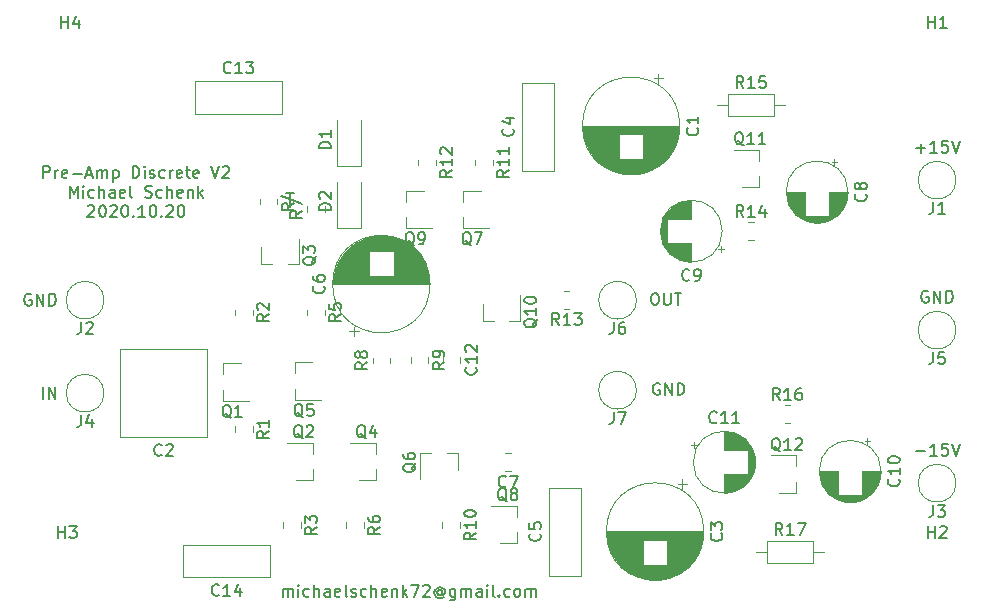
<source format=gbr>
G04 #@! TF.GenerationSoftware,KiCad,Pcbnew,(5.1.7-0-10_14)*
G04 #@! TF.CreationDate,2020-10-25T16:19:11+01:00*
G04 #@! TF.ProjectId,pre-amp-discret,7072652d-616d-4702-9d64-697363726574,rev?*
G04 #@! TF.SameCoordinates,Original*
G04 #@! TF.FileFunction,Legend,Top*
G04 #@! TF.FilePolarity,Positive*
%FSLAX46Y46*%
G04 Gerber Fmt 4.6, Leading zero omitted, Abs format (unit mm)*
G04 Created by KiCad (PCBNEW (5.1.7-0-10_14)) date 2020-10-25 16:19:11*
%MOMM*%
%LPD*%
G01*
G04 APERTURE LIST*
%ADD10C,0.150000*%
%ADD11C,0.120000*%
G04 APERTURE END LIST*
D10*
X144225714Y-144724380D02*
X144225714Y-144057714D01*
X144225714Y-144152952D02*
X144273333Y-144105333D01*
X144368571Y-144057714D01*
X144511428Y-144057714D01*
X144606666Y-144105333D01*
X144654285Y-144200571D01*
X144654285Y-144724380D01*
X144654285Y-144200571D02*
X144701904Y-144105333D01*
X144797142Y-144057714D01*
X144940000Y-144057714D01*
X145035238Y-144105333D01*
X145082857Y-144200571D01*
X145082857Y-144724380D01*
X145559047Y-144724380D02*
X145559047Y-144057714D01*
X145559047Y-143724380D02*
X145511428Y-143772000D01*
X145559047Y-143819619D01*
X145606666Y-143772000D01*
X145559047Y-143724380D01*
X145559047Y-143819619D01*
X146463809Y-144676761D02*
X146368571Y-144724380D01*
X146178095Y-144724380D01*
X146082857Y-144676761D01*
X146035238Y-144629142D01*
X145987619Y-144533904D01*
X145987619Y-144248190D01*
X146035238Y-144152952D01*
X146082857Y-144105333D01*
X146178095Y-144057714D01*
X146368571Y-144057714D01*
X146463809Y-144105333D01*
X146892380Y-144724380D02*
X146892380Y-143724380D01*
X147320952Y-144724380D02*
X147320952Y-144200571D01*
X147273333Y-144105333D01*
X147178095Y-144057714D01*
X147035238Y-144057714D01*
X146940000Y-144105333D01*
X146892380Y-144152952D01*
X148225714Y-144724380D02*
X148225714Y-144200571D01*
X148178095Y-144105333D01*
X148082857Y-144057714D01*
X147892380Y-144057714D01*
X147797142Y-144105333D01*
X148225714Y-144676761D02*
X148130476Y-144724380D01*
X147892380Y-144724380D01*
X147797142Y-144676761D01*
X147749523Y-144581523D01*
X147749523Y-144486285D01*
X147797142Y-144391047D01*
X147892380Y-144343428D01*
X148130476Y-144343428D01*
X148225714Y-144295809D01*
X149082857Y-144676761D02*
X148987619Y-144724380D01*
X148797142Y-144724380D01*
X148701904Y-144676761D01*
X148654285Y-144581523D01*
X148654285Y-144200571D01*
X148701904Y-144105333D01*
X148797142Y-144057714D01*
X148987619Y-144057714D01*
X149082857Y-144105333D01*
X149130476Y-144200571D01*
X149130476Y-144295809D01*
X148654285Y-144391047D01*
X149701904Y-144724380D02*
X149606666Y-144676761D01*
X149559047Y-144581523D01*
X149559047Y-143724380D01*
X150035238Y-144676761D02*
X150130476Y-144724380D01*
X150320952Y-144724380D01*
X150416190Y-144676761D01*
X150463809Y-144581523D01*
X150463809Y-144533904D01*
X150416190Y-144438666D01*
X150320952Y-144391047D01*
X150178095Y-144391047D01*
X150082857Y-144343428D01*
X150035238Y-144248190D01*
X150035238Y-144200571D01*
X150082857Y-144105333D01*
X150178095Y-144057714D01*
X150320952Y-144057714D01*
X150416190Y-144105333D01*
X151320952Y-144676761D02*
X151225714Y-144724380D01*
X151035238Y-144724380D01*
X150940000Y-144676761D01*
X150892380Y-144629142D01*
X150844761Y-144533904D01*
X150844761Y-144248190D01*
X150892380Y-144152952D01*
X150940000Y-144105333D01*
X151035238Y-144057714D01*
X151225714Y-144057714D01*
X151320952Y-144105333D01*
X151749523Y-144724380D02*
X151749523Y-143724380D01*
X152178095Y-144724380D02*
X152178095Y-144200571D01*
X152130476Y-144105333D01*
X152035238Y-144057714D01*
X151892380Y-144057714D01*
X151797142Y-144105333D01*
X151749523Y-144152952D01*
X153035238Y-144676761D02*
X152940000Y-144724380D01*
X152749523Y-144724380D01*
X152654285Y-144676761D01*
X152606666Y-144581523D01*
X152606666Y-144200571D01*
X152654285Y-144105333D01*
X152749523Y-144057714D01*
X152940000Y-144057714D01*
X153035238Y-144105333D01*
X153082857Y-144200571D01*
X153082857Y-144295809D01*
X152606666Y-144391047D01*
X153511428Y-144057714D02*
X153511428Y-144724380D01*
X153511428Y-144152952D02*
X153559047Y-144105333D01*
X153654285Y-144057714D01*
X153797142Y-144057714D01*
X153892380Y-144105333D01*
X153940000Y-144200571D01*
X153940000Y-144724380D01*
X154416190Y-144724380D02*
X154416190Y-143724380D01*
X154511428Y-144343428D02*
X154797142Y-144724380D01*
X154797142Y-144057714D02*
X154416190Y-144438666D01*
X155130476Y-143724380D02*
X155797142Y-143724380D01*
X155368571Y-144724380D01*
X156130476Y-143819619D02*
X156178095Y-143772000D01*
X156273333Y-143724380D01*
X156511428Y-143724380D01*
X156606666Y-143772000D01*
X156654285Y-143819619D01*
X156701904Y-143914857D01*
X156701904Y-144010095D01*
X156654285Y-144152952D01*
X156082857Y-144724380D01*
X156701904Y-144724380D01*
X157749523Y-144248190D02*
X157701904Y-144200571D01*
X157606666Y-144152952D01*
X157511428Y-144152952D01*
X157416190Y-144200571D01*
X157368571Y-144248190D01*
X157320952Y-144343428D01*
X157320952Y-144438666D01*
X157368571Y-144533904D01*
X157416190Y-144581523D01*
X157511428Y-144629142D01*
X157606666Y-144629142D01*
X157701904Y-144581523D01*
X157749523Y-144533904D01*
X157749523Y-144152952D02*
X157749523Y-144533904D01*
X157797142Y-144581523D01*
X157844761Y-144581523D01*
X157940000Y-144533904D01*
X157987619Y-144438666D01*
X157987619Y-144200571D01*
X157892380Y-144057714D01*
X157749523Y-143962476D01*
X157559047Y-143914857D01*
X157368571Y-143962476D01*
X157225714Y-144057714D01*
X157130476Y-144200571D01*
X157082857Y-144391047D01*
X157130476Y-144581523D01*
X157225714Y-144724380D01*
X157368571Y-144819619D01*
X157559047Y-144867238D01*
X157749523Y-144819619D01*
X157892380Y-144724380D01*
X158844761Y-144057714D02*
X158844761Y-144867238D01*
X158797142Y-144962476D01*
X158749523Y-145010095D01*
X158654285Y-145057714D01*
X158511428Y-145057714D01*
X158416190Y-145010095D01*
X158844761Y-144676761D02*
X158749523Y-144724380D01*
X158559047Y-144724380D01*
X158463809Y-144676761D01*
X158416190Y-144629142D01*
X158368571Y-144533904D01*
X158368571Y-144248190D01*
X158416190Y-144152952D01*
X158463809Y-144105333D01*
X158559047Y-144057714D01*
X158749523Y-144057714D01*
X158844761Y-144105333D01*
X159320952Y-144724380D02*
X159320952Y-144057714D01*
X159320952Y-144152952D02*
X159368571Y-144105333D01*
X159463809Y-144057714D01*
X159606666Y-144057714D01*
X159701904Y-144105333D01*
X159749523Y-144200571D01*
X159749523Y-144724380D01*
X159749523Y-144200571D02*
X159797142Y-144105333D01*
X159892380Y-144057714D01*
X160035238Y-144057714D01*
X160130476Y-144105333D01*
X160178095Y-144200571D01*
X160178095Y-144724380D01*
X161082857Y-144724380D02*
X161082857Y-144200571D01*
X161035238Y-144105333D01*
X160940000Y-144057714D01*
X160749523Y-144057714D01*
X160654285Y-144105333D01*
X161082857Y-144676761D02*
X160987619Y-144724380D01*
X160749523Y-144724380D01*
X160654285Y-144676761D01*
X160606666Y-144581523D01*
X160606666Y-144486285D01*
X160654285Y-144391047D01*
X160749523Y-144343428D01*
X160987619Y-144343428D01*
X161082857Y-144295809D01*
X161559047Y-144724380D02*
X161559047Y-144057714D01*
X161559047Y-143724380D02*
X161511428Y-143772000D01*
X161559047Y-143819619D01*
X161606666Y-143772000D01*
X161559047Y-143724380D01*
X161559047Y-143819619D01*
X162178095Y-144724380D02*
X162082857Y-144676761D01*
X162035238Y-144581523D01*
X162035238Y-143724380D01*
X162559047Y-144629142D02*
X162606666Y-144676761D01*
X162559047Y-144724380D01*
X162511428Y-144676761D01*
X162559047Y-144629142D01*
X162559047Y-144724380D01*
X163463809Y-144676761D02*
X163368571Y-144724380D01*
X163178095Y-144724380D01*
X163082857Y-144676761D01*
X163035238Y-144629142D01*
X162987619Y-144533904D01*
X162987619Y-144248190D01*
X163035238Y-144152952D01*
X163082857Y-144105333D01*
X163178095Y-144057714D01*
X163368571Y-144057714D01*
X163463809Y-144105333D01*
X164035238Y-144724380D02*
X163940000Y-144676761D01*
X163892380Y-144629142D01*
X163844761Y-144533904D01*
X163844761Y-144248190D01*
X163892380Y-144152952D01*
X163940000Y-144105333D01*
X164035238Y-144057714D01*
X164178095Y-144057714D01*
X164273333Y-144105333D01*
X164320952Y-144152952D01*
X164368571Y-144248190D01*
X164368571Y-144533904D01*
X164320952Y-144629142D01*
X164273333Y-144676761D01*
X164178095Y-144724380D01*
X164035238Y-144724380D01*
X164797142Y-144724380D02*
X164797142Y-144057714D01*
X164797142Y-144152952D02*
X164844761Y-144105333D01*
X164940000Y-144057714D01*
X165082857Y-144057714D01*
X165178095Y-144105333D01*
X165225714Y-144200571D01*
X165225714Y-144724380D01*
X165225714Y-144200571D02*
X165273333Y-144105333D01*
X165368571Y-144057714D01*
X165511428Y-144057714D01*
X165606666Y-144105333D01*
X165654285Y-144200571D01*
X165654285Y-144724380D01*
X123968857Y-109292380D02*
X123968857Y-108292380D01*
X124349809Y-108292380D01*
X124445047Y-108340000D01*
X124492666Y-108387619D01*
X124540285Y-108482857D01*
X124540285Y-108625714D01*
X124492666Y-108720952D01*
X124445047Y-108768571D01*
X124349809Y-108816190D01*
X123968857Y-108816190D01*
X124968857Y-109292380D02*
X124968857Y-108625714D01*
X124968857Y-108816190D02*
X125016476Y-108720952D01*
X125064095Y-108673333D01*
X125159333Y-108625714D01*
X125254571Y-108625714D01*
X125968857Y-109244761D02*
X125873619Y-109292380D01*
X125683142Y-109292380D01*
X125587904Y-109244761D01*
X125540285Y-109149523D01*
X125540285Y-108768571D01*
X125587904Y-108673333D01*
X125683142Y-108625714D01*
X125873619Y-108625714D01*
X125968857Y-108673333D01*
X126016476Y-108768571D01*
X126016476Y-108863809D01*
X125540285Y-108959047D01*
X126445047Y-108911428D02*
X127206952Y-108911428D01*
X127635523Y-109006666D02*
X128111714Y-109006666D01*
X127540285Y-109292380D02*
X127873619Y-108292380D01*
X128206952Y-109292380D01*
X128540285Y-109292380D02*
X128540285Y-108625714D01*
X128540285Y-108720952D02*
X128587904Y-108673333D01*
X128683142Y-108625714D01*
X128826000Y-108625714D01*
X128921238Y-108673333D01*
X128968857Y-108768571D01*
X128968857Y-109292380D01*
X128968857Y-108768571D02*
X129016476Y-108673333D01*
X129111714Y-108625714D01*
X129254571Y-108625714D01*
X129349809Y-108673333D01*
X129397428Y-108768571D01*
X129397428Y-109292380D01*
X129873619Y-108625714D02*
X129873619Y-109625714D01*
X129873619Y-108673333D02*
X129968857Y-108625714D01*
X130159333Y-108625714D01*
X130254571Y-108673333D01*
X130302190Y-108720952D01*
X130349809Y-108816190D01*
X130349809Y-109101904D01*
X130302190Y-109197142D01*
X130254571Y-109244761D01*
X130159333Y-109292380D01*
X129968857Y-109292380D01*
X129873619Y-109244761D01*
X131540285Y-109292380D02*
X131540285Y-108292380D01*
X131778380Y-108292380D01*
X131921238Y-108340000D01*
X132016476Y-108435238D01*
X132064095Y-108530476D01*
X132111714Y-108720952D01*
X132111714Y-108863809D01*
X132064095Y-109054285D01*
X132016476Y-109149523D01*
X131921238Y-109244761D01*
X131778380Y-109292380D01*
X131540285Y-109292380D01*
X132540285Y-109292380D02*
X132540285Y-108625714D01*
X132540285Y-108292380D02*
X132492666Y-108340000D01*
X132540285Y-108387619D01*
X132587904Y-108340000D01*
X132540285Y-108292380D01*
X132540285Y-108387619D01*
X132968857Y-109244761D02*
X133064095Y-109292380D01*
X133254571Y-109292380D01*
X133349809Y-109244761D01*
X133397428Y-109149523D01*
X133397428Y-109101904D01*
X133349809Y-109006666D01*
X133254571Y-108959047D01*
X133111714Y-108959047D01*
X133016476Y-108911428D01*
X132968857Y-108816190D01*
X132968857Y-108768571D01*
X133016476Y-108673333D01*
X133111714Y-108625714D01*
X133254571Y-108625714D01*
X133349809Y-108673333D01*
X134254571Y-109244761D02*
X134159333Y-109292380D01*
X133968857Y-109292380D01*
X133873619Y-109244761D01*
X133826000Y-109197142D01*
X133778380Y-109101904D01*
X133778380Y-108816190D01*
X133826000Y-108720952D01*
X133873619Y-108673333D01*
X133968857Y-108625714D01*
X134159333Y-108625714D01*
X134254571Y-108673333D01*
X134683142Y-109292380D02*
X134683142Y-108625714D01*
X134683142Y-108816190D02*
X134730761Y-108720952D01*
X134778380Y-108673333D01*
X134873619Y-108625714D01*
X134968857Y-108625714D01*
X135683142Y-109244761D02*
X135587904Y-109292380D01*
X135397428Y-109292380D01*
X135302190Y-109244761D01*
X135254571Y-109149523D01*
X135254571Y-108768571D01*
X135302190Y-108673333D01*
X135397428Y-108625714D01*
X135587904Y-108625714D01*
X135683142Y-108673333D01*
X135730761Y-108768571D01*
X135730761Y-108863809D01*
X135254571Y-108959047D01*
X136016476Y-108625714D02*
X136397428Y-108625714D01*
X136159333Y-108292380D02*
X136159333Y-109149523D01*
X136206952Y-109244761D01*
X136302190Y-109292380D01*
X136397428Y-109292380D01*
X137111714Y-109244761D02*
X137016476Y-109292380D01*
X136826000Y-109292380D01*
X136730761Y-109244761D01*
X136683142Y-109149523D01*
X136683142Y-108768571D01*
X136730761Y-108673333D01*
X136826000Y-108625714D01*
X137016476Y-108625714D01*
X137111714Y-108673333D01*
X137159333Y-108768571D01*
X137159333Y-108863809D01*
X136683142Y-108959047D01*
X138206952Y-108292380D02*
X138540285Y-109292380D01*
X138873619Y-108292380D01*
X139159333Y-108387619D02*
X139206952Y-108340000D01*
X139302190Y-108292380D01*
X139540285Y-108292380D01*
X139635523Y-108340000D01*
X139683142Y-108387619D01*
X139730761Y-108482857D01*
X139730761Y-108578095D01*
X139683142Y-108720952D01*
X139111714Y-109292380D01*
X139730761Y-109292380D01*
X126206952Y-110942380D02*
X126206952Y-109942380D01*
X126540285Y-110656666D01*
X126873619Y-109942380D01*
X126873619Y-110942380D01*
X127349809Y-110942380D02*
X127349809Y-110275714D01*
X127349809Y-109942380D02*
X127302190Y-109990000D01*
X127349809Y-110037619D01*
X127397428Y-109990000D01*
X127349809Y-109942380D01*
X127349809Y-110037619D01*
X128254571Y-110894761D02*
X128159333Y-110942380D01*
X127968857Y-110942380D01*
X127873619Y-110894761D01*
X127826000Y-110847142D01*
X127778380Y-110751904D01*
X127778380Y-110466190D01*
X127826000Y-110370952D01*
X127873619Y-110323333D01*
X127968857Y-110275714D01*
X128159333Y-110275714D01*
X128254571Y-110323333D01*
X128683142Y-110942380D02*
X128683142Y-109942380D01*
X129111714Y-110942380D02*
X129111714Y-110418571D01*
X129064095Y-110323333D01*
X128968857Y-110275714D01*
X128826000Y-110275714D01*
X128730761Y-110323333D01*
X128683142Y-110370952D01*
X130016476Y-110942380D02*
X130016476Y-110418571D01*
X129968857Y-110323333D01*
X129873619Y-110275714D01*
X129683142Y-110275714D01*
X129587904Y-110323333D01*
X130016476Y-110894761D02*
X129921238Y-110942380D01*
X129683142Y-110942380D01*
X129587904Y-110894761D01*
X129540285Y-110799523D01*
X129540285Y-110704285D01*
X129587904Y-110609047D01*
X129683142Y-110561428D01*
X129921238Y-110561428D01*
X130016476Y-110513809D01*
X130873619Y-110894761D02*
X130778380Y-110942380D01*
X130587904Y-110942380D01*
X130492666Y-110894761D01*
X130445047Y-110799523D01*
X130445047Y-110418571D01*
X130492666Y-110323333D01*
X130587904Y-110275714D01*
X130778380Y-110275714D01*
X130873619Y-110323333D01*
X130921238Y-110418571D01*
X130921238Y-110513809D01*
X130445047Y-110609047D01*
X131492666Y-110942380D02*
X131397428Y-110894761D01*
X131349809Y-110799523D01*
X131349809Y-109942380D01*
X132587904Y-110894761D02*
X132730761Y-110942380D01*
X132968857Y-110942380D01*
X133064095Y-110894761D01*
X133111714Y-110847142D01*
X133159333Y-110751904D01*
X133159333Y-110656666D01*
X133111714Y-110561428D01*
X133064095Y-110513809D01*
X132968857Y-110466190D01*
X132778380Y-110418571D01*
X132683142Y-110370952D01*
X132635523Y-110323333D01*
X132587904Y-110228095D01*
X132587904Y-110132857D01*
X132635523Y-110037619D01*
X132683142Y-109990000D01*
X132778380Y-109942380D01*
X133016476Y-109942380D01*
X133159333Y-109990000D01*
X134016476Y-110894761D02*
X133921238Y-110942380D01*
X133730761Y-110942380D01*
X133635523Y-110894761D01*
X133587904Y-110847142D01*
X133540285Y-110751904D01*
X133540285Y-110466190D01*
X133587904Y-110370952D01*
X133635523Y-110323333D01*
X133730761Y-110275714D01*
X133921238Y-110275714D01*
X134016476Y-110323333D01*
X134445047Y-110942380D02*
X134445047Y-109942380D01*
X134873619Y-110942380D02*
X134873619Y-110418571D01*
X134826000Y-110323333D01*
X134730761Y-110275714D01*
X134587904Y-110275714D01*
X134492666Y-110323333D01*
X134445047Y-110370952D01*
X135730761Y-110894761D02*
X135635523Y-110942380D01*
X135445047Y-110942380D01*
X135349809Y-110894761D01*
X135302190Y-110799523D01*
X135302190Y-110418571D01*
X135349809Y-110323333D01*
X135445047Y-110275714D01*
X135635523Y-110275714D01*
X135730761Y-110323333D01*
X135778380Y-110418571D01*
X135778380Y-110513809D01*
X135302190Y-110609047D01*
X136206952Y-110275714D02*
X136206952Y-110942380D01*
X136206952Y-110370952D02*
X136254571Y-110323333D01*
X136349809Y-110275714D01*
X136492666Y-110275714D01*
X136587904Y-110323333D01*
X136635523Y-110418571D01*
X136635523Y-110942380D01*
X137111714Y-110942380D02*
X137111714Y-109942380D01*
X137206952Y-110561428D02*
X137492666Y-110942380D01*
X137492666Y-110275714D02*
X137111714Y-110656666D01*
X127730761Y-111687619D02*
X127778380Y-111640000D01*
X127873619Y-111592380D01*
X128111714Y-111592380D01*
X128206952Y-111640000D01*
X128254571Y-111687619D01*
X128302190Y-111782857D01*
X128302190Y-111878095D01*
X128254571Y-112020952D01*
X127683142Y-112592380D01*
X128302190Y-112592380D01*
X128921238Y-111592380D02*
X129016476Y-111592380D01*
X129111714Y-111640000D01*
X129159333Y-111687619D01*
X129206952Y-111782857D01*
X129254571Y-111973333D01*
X129254571Y-112211428D01*
X129206952Y-112401904D01*
X129159333Y-112497142D01*
X129111714Y-112544761D01*
X129016476Y-112592380D01*
X128921238Y-112592380D01*
X128826000Y-112544761D01*
X128778380Y-112497142D01*
X128730761Y-112401904D01*
X128683142Y-112211428D01*
X128683142Y-111973333D01*
X128730761Y-111782857D01*
X128778380Y-111687619D01*
X128826000Y-111640000D01*
X128921238Y-111592380D01*
X129635523Y-111687619D02*
X129683142Y-111640000D01*
X129778380Y-111592380D01*
X130016476Y-111592380D01*
X130111714Y-111640000D01*
X130159333Y-111687619D01*
X130206952Y-111782857D01*
X130206952Y-111878095D01*
X130159333Y-112020952D01*
X129587904Y-112592380D01*
X130206952Y-112592380D01*
X130826000Y-111592380D02*
X130921238Y-111592380D01*
X131016476Y-111640000D01*
X131064095Y-111687619D01*
X131111714Y-111782857D01*
X131159333Y-111973333D01*
X131159333Y-112211428D01*
X131111714Y-112401904D01*
X131064095Y-112497142D01*
X131016476Y-112544761D01*
X130921238Y-112592380D01*
X130826000Y-112592380D01*
X130730761Y-112544761D01*
X130683142Y-112497142D01*
X130635523Y-112401904D01*
X130587904Y-112211428D01*
X130587904Y-111973333D01*
X130635523Y-111782857D01*
X130683142Y-111687619D01*
X130730761Y-111640000D01*
X130826000Y-111592380D01*
X131587904Y-112497142D02*
X131635523Y-112544761D01*
X131587904Y-112592380D01*
X131540285Y-112544761D01*
X131587904Y-112497142D01*
X131587904Y-112592380D01*
X132587904Y-112592380D02*
X132016476Y-112592380D01*
X132302190Y-112592380D02*
X132302190Y-111592380D01*
X132206952Y-111735238D01*
X132111714Y-111830476D01*
X132016476Y-111878095D01*
X133206952Y-111592380D02*
X133302190Y-111592380D01*
X133397428Y-111640000D01*
X133445047Y-111687619D01*
X133492666Y-111782857D01*
X133540285Y-111973333D01*
X133540285Y-112211428D01*
X133492666Y-112401904D01*
X133445047Y-112497142D01*
X133397428Y-112544761D01*
X133302190Y-112592380D01*
X133206952Y-112592380D01*
X133111714Y-112544761D01*
X133064095Y-112497142D01*
X133016476Y-112401904D01*
X132968857Y-112211428D01*
X132968857Y-111973333D01*
X133016476Y-111782857D01*
X133064095Y-111687619D01*
X133111714Y-111640000D01*
X133206952Y-111592380D01*
X133968857Y-112497142D02*
X134016476Y-112544761D01*
X133968857Y-112592380D01*
X133921238Y-112544761D01*
X133968857Y-112497142D01*
X133968857Y-112592380D01*
X134397428Y-111687619D02*
X134445047Y-111640000D01*
X134540285Y-111592380D01*
X134778380Y-111592380D01*
X134873619Y-111640000D01*
X134921238Y-111687619D01*
X134968857Y-111782857D01*
X134968857Y-111878095D01*
X134921238Y-112020952D01*
X134349809Y-112592380D01*
X134968857Y-112592380D01*
X135587904Y-111592380D02*
X135683142Y-111592380D01*
X135778380Y-111640000D01*
X135826000Y-111687619D01*
X135873619Y-111782857D01*
X135921238Y-111973333D01*
X135921238Y-112211428D01*
X135873619Y-112401904D01*
X135826000Y-112497142D01*
X135778380Y-112544761D01*
X135683142Y-112592380D01*
X135587904Y-112592380D01*
X135492666Y-112544761D01*
X135445047Y-112497142D01*
X135397428Y-112401904D01*
X135349809Y-112211428D01*
X135349809Y-111973333D01*
X135397428Y-111782857D01*
X135445047Y-111687619D01*
X135492666Y-111640000D01*
X135587904Y-111592380D01*
X176149095Y-126690500D02*
X176053857Y-126642880D01*
X175911000Y-126642880D01*
X175768142Y-126690500D01*
X175672904Y-126785738D01*
X175625285Y-126880976D01*
X175577666Y-127071452D01*
X175577666Y-127214309D01*
X175625285Y-127404785D01*
X175672904Y-127500023D01*
X175768142Y-127595261D01*
X175911000Y-127642880D01*
X176006238Y-127642880D01*
X176149095Y-127595261D01*
X176196714Y-127547642D01*
X176196714Y-127214309D01*
X176006238Y-127214309D01*
X176625285Y-127642880D02*
X176625285Y-126642880D01*
X177196714Y-127642880D01*
X177196714Y-126642880D01*
X177672904Y-127642880D02*
X177672904Y-126642880D01*
X177911000Y-126642880D01*
X178053857Y-126690500D01*
X178149095Y-126785738D01*
X178196714Y-126880976D01*
X178244333Y-127071452D01*
X178244333Y-127214309D01*
X178196714Y-127404785D01*
X178149095Y-127500023D01*
X178053857Y-127595261D01*
X177911000Y-127642880D01*
X177672904Y-127642880D01*
X175657000Y-119022880D02*
X175847476Y-119022880D01*
X175942714Y-119070500D01*
X176037952Y-119165738D01*
X176085571Y-119356214D01*
X176085571Y-119689547D01*
X176037952Y-119880023D01*
X175942714Y-119975261D01*
X175847476Y-120022880D01*
X175657000Y-120022880D01*
X175561761Y-119975261D01*
X175466523Y-119880023D01*
X175418904Y-119689547D01*
X175418904Y-119356214D01*
X175466523Y-119165738D01*
X175561761Y-119070500D01*
X175657000Y-119022880D01*
X176514142Y-119022880D02*
X176514142Y-119832404D01*
X176561761Y-119927642D01*
X176609380Y-119975261D01*
X176704619Y-120022880D01*
X176895095Y-120022880D01*
X176990333Y-119975261D01*
X177037952Y-119927642D01*
X177085571Y-119832404D01*
X177085571Y-119022880D01*
X177418904Y-119022880D02*
X177990333Y-119022880D01*
X177704619Y-120022880D02*
X177704619Y-119022880D01*
X122936095Y-119134000D02*
X122840857Y-119086380D01*
X122698000Y-119086380D01*
X122555142Y-119134000D01*
X122459904Y-119229238D01*
X122412285Y-119324476D01*
X122364666Y-119514952D01*
X122364666Y-119657809D01*
X122412285Y-119848285D01*
X122459904Y-119943523D01*
X122555142Y-120038761D01*
X122698000Y-120086380D01*
X122793238Y-120086380D01*
X122936095Y-120038761D01*
X122983714Y-119991142D01*
X122983714Y-119657809D01*
X122793238Y-119657809D01*
X123412285Y-120086380D02*
X123412285Y-119086380D01*
X123983714Y-120086380D01*
X123983714Y-119086380D01*
X124459904Y-120086380D02*
X124459904Y-119086380D01*
X124698000Y-119086380D01*
X124840857Y-119134000D01*
X124936095Y-119229238D01*
X124983714Y-119324476D01*
X125031333Y-119514952D01*
X125031333Y-119657809D01*
X124983714Y-119848285D01*
X124936095Y-119943523D01*
X124840857Y-120038761D01*
X124698000Y-120086380D01*
X124459904Y-120086380D01*
X123936190Y-127960380D02*
X123936190Y-126960380D01*
X124412380Y-127960380D02*
X124412380Y-126960380D01*
X124983809Y-127960380D01*
X124983809Y-126960380D01*
X198882095Y-118880000D02*
X198786857Y-118832380D01*
X198644000Y-118832380D01*
X198501142Y-118880000D01*
X198405904Y-118975238D01*
X198358285Y-119070476D01*
X198310666Y-119260952D01*
X198310666Y-119403809D01*
X198358285Y-119594285D01*
X198405904Y-119689523D01*
X198501142Y-119784761D01*
X198644000Y-119832380D01*
X198739238Y-119832380D01*
X198882095Y-119784761D01*
X198929714Y-119737142D01*
X198929714Y-119403809D01*
X198739238Y-119403809D01*
X199358285Y-119832380D02*
X199358285Y-118832380D01*
X199929714Y-119832380D01*
X199929714Y-118832380D01*
X200405904Y-119832380D02*
X200405904Y-118832380D01*
X200644000Y-118832380D01*
X200786857Y-118880000D01*
X200882095Y-118975238D01*
X200929714Y-119070476D01*
X200977333Y-119260952D01*
X200977333Y-119403809D01*
X200929714Y-119594285D01*
X200882095Y-119689523D01*
X200786857Y-119784761D01*
X200644000Y-119832380D01*
X200405904Y-119832380D01*
X197882095Y-132405428D02*
X198644000Y-132405428D01*
X199644000Y-132786380D02*
X199072571Y-132786380D01*
X199358285Y-132786380D02*
X199358285Y-131786380D01*
X199263047Y-131929238D01*
X199167809Y-132024476D01*
X199072571Y-132072095D01*
X200548761Y-131786380D02*
X200072571Y-131786380D01*
X200024952Y-132262571D01*
X200072571Y-132214952D01*
X200167809Y-132167333D01*
X200405904Y-132167333D01*
X200501142Y-132214952D01*
X200548761Y-132262571D01*
X200596380Y-132357809D01*
X200596380Y-132595904D01*
X200548761Y-132691142D01*
X200501142Y-132738761D01*
X200405904Y-132786380D01*
X200167809Y-132786380D01*
X200072571Y-132738761D01*
X200024952Y-132691142D01*
X200882095Y-131786380D02*
X201215428Y-132786380D01*
X201548761Y-131786380D01*
X197882095Y-106751428D02*
X198644000Y-106751428D01*
X198263047Y-107132380D02*
X198263047Y-106370476D01*
X199644000Y-107132380D02*
X199072571Y-107132380D01*
X199358285Y-107132380D02*
X199358285Y-106132380D01*
X199263047Y-106275238D01*
X199167809Y-106370476D01*
X199072571Y-106418095D01*
X200548761Y-106132380D02*
X200072571Y-106132380D01*
X200024952Y-106608571D01*
X200072571Y-106560952D01*
X200167809Y-106513333D01*
X200405904Y-106513333D01*
X200501142Y-106560952D01*
X200548761Y-106608571D01*
X200596380Y-106703809D01*
X200596380Y-106941904D01*
X200548761Y-107037142D01*
X200501142Y-107084761D01*
X200405904Y-107132380D01*
X200167809Y-107132380D01*
X200072571Y-107084761D01*
X200024952Y-107037142D01*
X200882095Y-106132380D02*
X201215428Y-107132380D01*
X201548761Y-106132380D01*
D11*
X161168000Y-121394000D02*
X162098000Y-121394000D01*
X164328000Y-121394000D02*
X163398000Y-121394000D01*
X164328000Y-121394000D02*
X164328000Y-119234000D01*
X161168000Y-121394000D02*
X161168000Y-119934000D01*
X143206000Y-143102000D02*
X135766000Y-143102000D01*
X143206000Y-140362000D02*
X135766000Y-140362000D01*
X143206000Y-143102000D02*
X143206000Y-140362000D01*
X135766000Y-143102000D02*
X135766000Y-140362000D01*
X136782000Y-101119000D02*
X144222000Y-101119000D01*
X136782000Y-103859000D02*
X144222000Y-103859000D01*
X136782000Y-101119000D02*
X136782000Y-103859000D01*
X144222000Y-101119000D02*
X144222000Y-103859000D01*
X166778000Y-142952000D02*
X166778000Y-135512000D01*
X169518000Y-142952000D02*
X169518000Y-135512000D01*
X166778000Y-142952000D02*
X169518000Y-142952000D01*
X166778000Y-135512000D02*
X169518000Y-135512000D01*
X164492000Y-108662000D02*
X164492000Y-101222000D01*
X167232000Y-108662000D02*
X167232000Y-101222000D01*
X164492000Y-108662000D02*
X167232000Y-108662000D01*
X164492000Y-101222000D02*
X167232000Y-101222000D01*
X143800500Y-111040936D02*
X143800500Y-111495064D01*
X142330500Y-111040936D02*
X142330500Y-111495064D01*
X163561752Y-134085000D02*
X163039248Y-134085000D01*
X163561752Y-132615000D02*
X163039248Y-132615000D01*
X157824500Y-124410748D02*
X157824500Y-124933252D01*
X159294500Y-124410748D02*
X159294500Y-124933252D01*
X154704000Y-110368000D02*
X156164000Y-110368000D01*
X154704000Y-113528000D02*
X156864000Y-113528000D01*
X154704000Y-113528000D02*
X154704000Y-112598000D01*
X154704000Y-110368000D02*
X154704000Y-111298000D01*
X141705000Y-130328936D02*
X141705000Y-130783064D01*
X140235000Y-130328936D02*
X140235000Y-130783064D01*
X185278000Y-140050000D02*
X185278000Y-141890000D01*
X185278000Y-141890000D02*
X189118000Y-141890000D01*
X189118000Y-141890000D02*
X189118000Y-140050000D01*
X189118000Y-140050000D02*
X185278000Y-140050000D01*
X184328000Y-140970000D02*
X185278000Y-140970000D01*
X190068000Y-140970000D02*
X189118000Y-140970000D01*
X186732936Y-128551000D02*
X187187064Y-128551000D01*
X186732936Y-130021000D02*
X187187064Y-130021000D01*
X181976000Y-102204000D02*
X181976000Y-104044000D01*
X181976000Y-104044000D02*
X185816000Y-104044000D01*
X185816000Y-104044000D02*
X185816000Y-102204000D01*
X185816000Y-102204000D02*
X181976000Y-102204000D01*
X181026000Y-103124000D02*
X181976000Y-103124000D01*
X186766000Y-103124000D02*
X185816000Y-103124000D01*
X183668936Y-113057000D02*
X184123064Y-113057000D01*
X183668936Y-114527000D02*
X184123064Y-114527000D01*
X168518064Y-120369000D02*
X168063936Y-120369000D01*
X168518064Y-118899000D02*
X168063936Y-118899000D01*
X157199000Y-107738936D02*
X157199000Y-108193064D01*
X155729000Y-107738936D02*
X155729000Y-108193064D01*
X162025000Y-107738936D02*
X162025000Y-108193064D01*
X160555000Y-107738936D02*
X160555000Y-108193064D01*
X159231000Y-138440936D02*
X159231000Y-138895064D01*
X157761000Y-138440936D02*
X157761000Y-138895064D01*
X156564000Y-124470936D02*
X156564000Y-124925064D01*
X155094000Y-124470936D02*
X155094000Y-124925064D01*
X151855500Y-124957064D02*
X151855500Y-124502936D01*
X153325500Y-124957064D02*
X153325500Y-124502936D01*
X146331000Y-112130064D02*
X146331000Y-111675936D01*
X147801000Y-112130064D02*
X147801000Y-111675936D01*
X151103000Y-138440936D02*
X151103000Y-138895064D01*
X149633000Y-138440936D02*
X149633000Y-138895064D01*
X147801000Y-120438936D02*
X147801000Y-120893064D01*
X146331000Y-120438936D02*
X146331000Y-120893064D01*
X145769000Y-138440936D02*
X145769000Y-138895064D01*
X144299000Y-138440936D02*
X144299000Y-138895064D01*
X141705000Y-120438936D02*
X141705000Y-120893064D01*
X140235000Y-120438936D02*
X140235000Y-120893064D01*
X187704000Y-135946000D02*
X187704000Y-135016000D01*
X187704000Y-132786000D02*
X187704000Y-133716000D01*
X187704000Y-132786000D02*
X185544000Y-132786000D01*
X187704000Y-135946000D02*
X186244000Y-135946000D01*
X184590000Y-110054000D02*
X184590000Y-109124000D01*
X184590000Y-106894000D02*
X184590000Y-107824000D01*
X184590000Y-106894000D02*
X182430000Y-106894000D01*
X184590000Y-110054000D02*
X183130000Y-110054000D01*
X164066000Y-140198000D02*
X164066000Y-139268000D01*
X164066000Y-137038000D02*
X164066000Y-137968000D01*
X164066000Y-137038000D02*
X161906000Y-137038000D01*
X164066000Y-140198000D02*
X162606000Y-140198000D01*
X159530000Y-110368000D02*
X159530000Y-111298000D01*
X159530000Y-113528000D02*
X159530000Y-112598000D01*
X159530000Y-113528000D02*
X161690000Y-113528000D01*
X159530000Y-110368000D02*
X160990000Y-110368000D01*
X159060000Y-132590000D02*
X158130000Y-132590000D01*
X155900000Y-132590000D02*
X156830000Y-132590000D01*
X155900000Y-132590000D02*
X155900000Y-134750000D01*
X159060000Y-132590000D02*
X159060000Y-134050000D01*
X145290000Y-124912000D02*
X145290000Y-125842000D01*
X145290000Y-128072000D02*
X145290000Y-127142000D01*
X145290000Y-128072000D02*
X147450000Y-128072000D01*
X145290000Y-124912000D02*
X146750000Y-124912000D01*
X152128000Y-134864000D02*
X152128000Y-133934000D01*
X152128000Y-131704000D02*
X152128000Y-132634000D01*
X152128000Y-131704000D02*
X149968000Y-131704000D01*
X152128000Y-134864000D02*
X150668000Y-134864000D01*
X142438000Y-116600000D02*
X143368000Y-116600000D01*
X145598000Y-116600000D02*
X144668000Y-116600000D01*
X145598000Y-116600000D02*
X145598000Y-114440000D01*
X142438000Y-116600000D02*
X142438000Y-115140000D01*
X146794000Y-134864000D02*
X146794000Y-133934000D01*
X146794000Y-131704000D02*
X146794000Y-132634000D01*
X146794000Y-131704000D02*
X144634000Y-131704000D01*
X146794000Y-134864000D02*
X145334000Y-134864000D01*
X139210000Y-124978000D02*
X139210000Y-125908000D01*
X139210000Y-128138000D02*
X139210000Y-127208000D01*
X139210000Y-128138000D02*
X141370000Y-128138000D01*
X139210000Y-124978000D02*
X140670000Y-124978000D01*
X174193781Y-127254000D02*
G75*
G03*
X174193781Y-127254000I-1600781J0D01*
G01*
X174193781Y-119634000D02*
G75*
G03*
X174193781Y-119634000I-1600781J0D01*
G01*
X201244781Y-122174000D02*
G75*
G03*
X201244781Y-122174000I-1600781J0D01*
G01*
X129108781Y-127508000D02*
G75*
G03*
X129108781Y-127508000I-1600781J0D01*
G01*
X201244781Y-135128000D02*
G75*
G03*
X201244781Y-135128000I-1600781J0D01*
G01*
X129108781Y-119634000D02*
G75*
G03*
X129108781Y-119634000I-1600781J0D01*
G01*
X201244781Y-109474000D02*
G75*
G03*
X201244781Y-109474000I-1600781J0D01*
G01*
X148860000Y-113503000D02*
X150860000Y-113503000D01*
X150860000Y-113503000D02*
X150860000Y-109603000D01*
X148860000Y-113503000D02*
X148860000Y-109603000D01*
X148860000Y-108296000D02*
X150860000Y-108296000D01*
X150860000Y-108296000D02*
X150860000Y-104396000D01*
X148860000Y-108296000D02*
X148860000Y-104396000D01*
X184246000Y-133350000D02*
G75*
G03*
X184246000Y-133350000I-2620000J0D01*
G01*
X181626000Y-134390000D02*
X181626000Y-135930000D01*
X181626000Y-130770000D02*
X181626000Y-132310000D01*
X181666000Y-134390000D02*
X181666000Y-135930000D01*
X181666000Y-130770000D02*
X181666000Y-132310000D01*
X181706000Y-130771000D02*
X181706000Y-132310000D01*
X181706000Y-134390000D02*
X181706000Y-135929000D01*
X181746000Y-130772000D02*
X181746000Y-132310000D01*
X181746000Y-134390000D02*
X181746000Y-135928000D01*
X181786000Y-130774000D02*
X181786000Y-132310000D01*
X181786000Y-134390000D02*
X181786000Y-135926000D01*
X181826000Y-130777000D02*
X181826000Y-132310000D01*
X181826000Y-134390000D02*
X181826000Y-135923000D01*
X181866000Y-130781000D02*
X181866000Y-132310000D01*
X181866000Y-134390000D02*
X181866000Y-135919000D01*
X181906000Y-130785000D02*
X181906000Y-132310000D01*
X181906000Y-134390000D02*
X181906000Y-135915000D01*
X181946000Y-130789000D02*
X181946000Y-132310000D01*
X181946000Y-134390000D02*
X181946000Y-135911000D01*
X181986000Y-130794000D02*
X181986000Y-132310000D01*
X181986000Y-134390000D02*
X181986000Y-135906000D01*
X182026000Y-130800000D02*
X182026000Y-132310000D01*
X182026000Y-134390000D02*
X182026000Y-135900000D01*
X182066000Y-130807000D02*
X182066000Y-132310000D01*
X182066000Y-134390000D02*
X182066000Y-135893000D01*
X182106000Y-130814000D02*
X182106000Y-132310000D01*
X182106000Y-134390000D02*
X182106000Y-135886000D01*
X182146000Y-130822000D02*
X182146000Y-132310000D01*
X182146000Y-134390000D02*
X182146000Y-135878000D01*
X182186000Y-130830000D02*
X182186000Y-132310000D01*
X182186000Y-134390000D02*
X182186000Y-135870000D01*
X182226000Y-130839000D02*
X182226000Y-132310000D01*
X182226000Y-134390000D02*
X182226000Y-135861000D01*
X182266000Y-130849000D02*
X182266000Y-132310000D01*
X182266000Y-134390000D02*
X182266000Y-135851000D01*
X182306000Y-130859000D02*
X182306000Y-132310000D01*
X182306000Y-134390000D02*
X182306000Y-135841000D01*
X182347000Y-130870000D02*
X182347000Y-132310000D01*
X182347000Y-134390000D02*
X182347000Y-135830000D01*
X182387000Y-130882000D02*
X182387000Y-132310000D01*
X182387000Y-134390000D02*
X182387000Y-135818000D01*
X182427000Y-130895000D02*
X182427000Y-132310000D01*
X182427000Y-134390000D02*
X182427000Y-135805000D01*
X182467000Y-130908000D02*
X182467000Y-132310000D01*
X182467000Y-134390000D02*
X182467000Y-135792000D01*
X182507000Y-130922000D02*
X182507000Y-132310000D01*
X182507000Y-134390000D02*
X182507000Y-135778000D01*
X182547000Y-130936000D02*
X182547000Y-132310000D01*
X182547000Y-134390000D02*
X182547000Y-135764000D01*
X182587000Y-130952000D02*
X182587000Y-132310000D01*
X182587000Y-134390000D02*
X182587000Y-135748000D01*
X182627000Y-130968000D02*
X182627000Y-132310000D01*
X182627000Y-134390000D02*
X182627000Y-135732000D01*
X182667000Y-130985000D02*
X182667000Y-132310000D01*
X182667000Y-134390000D02*
X182667000Y-135715000D01*
X182707000Y-131002000D02*
X182707000Y-132310000D01*
X182707000Y-134390000D02*
X182707000Y-135698000D01*
X182747000Y-131021000D02*
X182747000Y-132310000D01*
X182747000Y-134390000D02*
X182747000Y-135679000D01*
X182787000Y-131040000D02*
X182787000Y-132310000D01*
X182787000Y-134390000D02*
X182787000Y-135660000D01*
X182827000Y-131060000D02*
X182827000Y-132310000D01*
X182827000Y-134390000D02*
X182827000Y-135640000D01*
X182867000Y-131082000D02*
X182867000Y-132310000D01*
X182867000Y-134390000D02*
X182867000Y-135618000D01*
X182907000Y-131103000D02*
X182907000Y-132310000D01*
X182907000Y-134390000D02*
X182907000Y-135597000D01*
X182947000Y-131126000D02*
X182947000Y-132310000D01*
X182947000Y-134390000D02*
X182947000Y-135574000D01*
X182987000Y-131150000D02*
X182987000Y-132310000D01*
X182987000Y-134390000D02*
X182987000Y-135550000D01*
X183027000Y-131175000D02*
X183027000Y-132310000D01*
X183027000Y-134390000D02*
X183027000Y-135525000D01*
X183067000Y-131201000D02*
X183067000Y-132310000D01*
X183067000Y-134390000D02*
X183067000Y-135499000D01*
X183107000Y-131228000D02*
X183107000Y-132310000D01*
X183107000Y-134390000D02*
X183107000Y-135472000D01*
X183147000Y-131255000D02*
X183147000Y-132310000D01*
X183147000Y-134390000D02*
X183147000Y-135445000D01*
X183187000Y-131285000D02*
X183187000Y-132310000D01*
X183187000Y-134390000D02*
X183187000Y-135415000D01*
X183227000Y-131315000D02*
X183227000Y-132310000D01*
X183227000Y-134390000D02*
X183227000Y-135385000D01*
X183267000Y-131346000D02*
X183267000Y-132310000D01*
X183267000Y-134390000D02*
X183267000Y-135354000D01*
X183307000Y-131379000D02*
X183307000Y-132310000D01*
X183307000Y-134390000D02*
X183307000Y-135321000D01*
X183347000Y-131413000D02*
X183347000Y-132310000D01*
X183347000Y-134390000D02*
X183347000Y-135287000D01*
X183387000Y-131449000D02*
X183387000Y-132310000D01*
X183387000Y-134390000D02*
X183387000Y-135251000D01*
X183427000Y-131486000D02*
X183427000Y-132310000D01*
X183427000Y-134390000D02*
X183427000Y-135214000D01*
X183467000Y-131524000D02*
X183467000Y-132310000D01*
X183467000Y-134390000D02*
X183467000Y-135176000D01*
X183507000Y-131565000D02*
X183507000Y-132310000D01*
X183507000Y-134390000D02*
X183507000Y-135135000D01*
X183547000Y-131607000D02*
X183547000Y-132310000D01*
X183547000Y-134390000D02*
X183547000Y-135093000D01*
X183587000Y-131651000D02*
X183587000Y-132310000D01*
X183587000Y-134390000D02*
X183587000Y-135049000D01*
X183627000Y-131697000D02*
X183627000Y-132310000D01*
X183627000Y-134390000D02*
X183627000Y-135003000D01*
X183667000Y-131745000D02*
X183667000Y-134955000D01*
X183707000Y-131796000D02*
X183707000Y-134904000D01*
X183747000Y-131850000D02*
X183747000Y-134850000D01*
X183787000Y-131907000D02*
X183787000Y-134793000D01*
X183827000Y-131967000D02*
X183827000Y-134733000D01*
X183867000Y-132031000D02*
X183867000Y-134669000D01*
X183907000Y-132099000D02*
X183907000Y-134601000D01*
X183947000Y-132172000D02*
X183947000Y-134528000D01*
X183987000Y-132252000D02*
X183987000Y-134448000D01*
X184027000Y-132339000D02*
X184027000Y-134361000D01*
X184067000Y-132435000D02*
X184067000Y-134265000D01*
X184107000Y-132545000D02*
X184107000Y-134155000D01*
X184147000Y-132673000D02*
X184147000Y-134027000D01*
X184187000Y-132832000D02*
X184187000Y-133868000D01*
X184227000Y-133066000D02*
X184227000Y-133634000D01*
X178821225Y-131875000D02*
X179321225Y-131875000D01*
X179071225Y-131625000D02*
X179071225Y-132125000D01*
X194898000Y-134128000D02*
G75*
G03*
X194898000Y-134128000I-2620000J0D01*
G01*
X191238000Y-134128000D02*
X189698000Y-134128000D01*
X194858000Y-134128000D02*
X193318000Y-134128000D01*
X191238000Y-134168000D02*
X189698000Y-134168000D01*
X194858000Y-134168000D02*
X193318000Y-134168000D01*
X194857000Y-134208000D02*
X193318000Y-134208000D01*
X191238000Y-134208000D02*
X189699000Y-134208000D01*
X194856000Y-134248000D02*
X193318000Y-134248000D01*
X191238000Y-134248000D02*
X189700000Y-134248000D01*
X194854000Y-134288000D02*
X193318000Y-134288000D01*
X191238000Y-134288000D02*
X189702000Y-134288000D01*
X194851000Y-134328000D02*
X193318000Y-134328000D01*
X191238000Y-134328000D02*
X189705000Y-134328000D01*
X194847000Y-134368000D02*
X193318000Y-134368000D01*
X191238000Y-134368000D02*
X189709000Y-134368000D01*
X194843000Y-134408000D02*
X193318000Y-134408000D01*
X191238000Y-134408000D02*
X189713000Y-134408000D01*
X194839000Y-134448000D02*
X193318000Y-134448000D01*
X191238000Y-134448000D02*
X189717000Y-134448000D01*
X194834000Y-134488000D02*
X193318000Y-134488000D01*
X191238000Y-134488000D02*
X189722000Y-134488000D01*
X194828000Y-134528000D02*
X193318000Y-134528000D01*
X191238000Y-134528000D02*
X189728000Y-134528000D01*
X194821000Y-134568000D02*
X193318000Y-134568000D01*
X191238000Y-134568000D02*
X189735000Y-134568000D01*
X194814000Y-134608000D02*
X193318000Y-134608000D01*
X191238000Y-134608000D02*
X189742000Y-134608000D01*
X194806000Y-134648000D02*
X193318000Y-134648000D01*
X191238000Y-134648000D02*
X189750000Y-134648000D01*
X194798000Y-134688000D02*
X193318000Y-134688000D01*
X191238000Y-134688000D02*
X189758000Y-134688000D01*
X194789000Y-134728000D02*
X193318000Y-134728000D01*
X191238000Y-134728000D02*
X189767000Y-134728000D01*
X194779000Y-134768000D02*
X193318000Y-134768000D01*
X191238000Y-134768000D02*
X189777000Y-134768000D01*
X194769000Y-134808000D02*
X193318000Y-134808000D01*
X191238000Y-134808000D02*
X189787000Y-134808000D01*
X194758000Y-134849000D02*
X193318000Y-134849000D01*
X191238000Y-134849000D02*
X189798000Y-134849000D01*
X194746000Y-134889000D02*
X193318000Y-134889000D01*
X191238000Y-134889000D02*
X189810000Y-134889000D01*
X194733000Y-134929000D02*
X193318000Y-134929000D01*
X191238000Y-134929000D02*
X189823000Y-134929000D01*
X194720000Y-134969000D02*
X193318000Y-134969000D01*
X191238000Y-134969000D02*
X189836000Y-134969000D01*
X194706000Y-135009000D02*
X193318000Y-135009000D01*
X191238000Y-135009000D02*
X189850000Y-135009000D01*
X194692000Y-135049000D02*
X193318000Y-135049000D01*
X191238000Y-135049000D02*
X189864000Y-135049000D01*
X194676000Y-135089000D02*
X193318000Y-135089000D01*
X191238000Y-135089000D02*
X189880000Y-135089000D01*
X194660000Y-135129000D02*
X193318000Y-135129000D01*
X191238000Y-135129000D02*
X189896000Y-135129000D01*
X194643000Y-135169000D02*
X193318000Y-135169000D01*
X191238000Y-135169000D02*
X189913000Y-135169000D01*
X194626000Y-135209000D02*
X193318000Y-135209000D01*
X191238000Y-135209000D02*
X189930000Y-135209000D01*
X194607000Y-135249000D02*
X193318000Y-135249000D01*
X191238000Y-135249000D02*
X189949000Y-135249000D01*
X194588000Y-135289000D02*
X193318000Y-135289000D01*
X191238000Y-135289000D02*
X189968000Y-135289000D01*
X194568000Y-135329000D02*
X193318000Y-135329000D01*
X191238000Y-135329000D02*
X189988000Y-135329000D01*
X194546000Y-135369000D02*
X193318000Y-135369000D01*
X191238000Y-135369000D02*
X190010000Y-135369000D01*
X194525000Y-135409000D02*
X193318000Y-135409000D01*
X191238000Y-135409000D02*
X190031000Y-135409000D01*
X194502000Y-135449000D02*
X193318000Y-135449000D01*
X191238000Y-135449000D02*
X190054000Y-135449000D01*
X194478000Y-135489000D02*
X193318000Y-135489000D01*
X191238000Y-135489000D02*
X190078000Y-135489000D01*
X194453000Y-135529000D02*
X193318000Y-135529000D01*
X191238000Y-135529000D02*
X190103000Y-135529000D01*
X194427000Y-135569000D02*
X193318000Y-135569000D01*
X191238000Y-135569000D02*
X190129000Y-135569000D01*
X194400000Y-135609000D02*
X193318000Y-135609000D01*
X191238000Y-135609000D02*
X190156000Y-135609000D01*
X194373000Y-135649000D02*
X193318000Y-135649000D01*
X191238000Y-135649000D02*
X190183000Y-135649000D01*
X194343000Y-135689000D02*
X193318000Y-135689000D01*
X191238000Y-135689000D02*
X190213000Y-135689000D01*
X194313000Y-135729000D02*
X193318000Y-135729000D01*
X191238000Y-135729000D02*
X190243000Y-135729000D01*
X194282000Y-135769000D02*
X193318000Y-135769000D01*
X191238000Y-135769000D02*
X190274000Y-135769000D01*
X194249000Y-135809000D02*
X193318000Y-135809000D01*
X191238000Y-135809000D02*
X190307000Y-135809000D01*
X194215000Y-135849000D02*
X193318000Y-135849000D01*
X191238000Y-135849000D02*
X190341000Y-135849000D01*
X194179000Y-135889000D02*
X193318000Y-135889000D01*
X191238000Y-135889000D02*
X190377000Y-135889000D01*
X194142000Y-135929000D02*
X193318000Y-135929000D01*
X191238000Y-135929000D02*
X190414000Y-135929000D01*
X194104000Y-135969000D02*
X193318000Y-135969000D01*
X191238000Y-135969000D02*
X190452000Y-135969000D01*
X194063000Y-136009000D02*
X193318000Y-136009000D01*
X191238000Y-136009000D02*
X190493000Y-136009000D01*
X194021000Y-136049000D02*
X193318000Y-136049000D01*
X191238000Y-136049000D02*
X190535000Y-136049000D01*
X193977000Y-136089000D02*
X193318000Y-136089000D01*
X191238000Y-136089000D02*
X190579000Y-136089000D01*
X193931000Y-136129000D02*
X193318000Y-136129000D01*
X191238000Y-136129000D02*
X190625000Y-136129000D01*
X193883000Y-136169000D02*
X190673000Y-136169000D01*
X193832000Y-136209000D02*
X190724000Y-136209000D01*
X193778000Y-136249000D02*
X190778000Y-136249000D01*
X193721000Y-136289000D02*
X190835000Y-136289000D01*
X193661000Y-136329000D02*
X190895000Y-136329000D01*
X193597000Y-136369000D02*
X190959000Y-136369000D01*
X193529000Y-136409000D02*
X191027000Y-136409000D01*
X193456000Y-136449000D02*
X191100000Y-136449000D01*
X193376000Y-136489000D02*
X191180000Y-136489000D01*
X193289000Y-136529000D02*
X191267000Y-136529000D01*
X193193000Y-136569000D02*
X191363000Y-136569000D01*
X193083000Y-136609000D02*
X191473000Y-136609000D01*
X192955000Y-136649000D02*
X191601000Y-136649000D01*
X192796000Y-136689000D02*
X191760000Y-136689000D01*
X192562000Y-136729000D02*
X191994000Y-136729000D01*
X193753000Y-131323225D02*
X193753000Y-131823225D01*
X194003000Y-131573225D02*
X193503000Y-131573225D01*
X181452000Y-113792000D02*
G75*
G03*
X181452000Y-113792000I-2620000J0D01*
G01*
X178832000Y-112752000D02*
X178832000Y-111212000D01*
X178832000Y-116372000D02*
X178832000Y-114832000D01*
X178792000Y-112752000D02*
X178792000Y-111212000D01*
X178792000Y-116372000D02*
X178792000Y-114832000D01*
X178752000Y-116371000D02*
X178752000Y-114832000D01*
X178752000Y-112752000D02*
X178752000Y-111213000D01*
X178712000Y-116370000D02*
X178712000Y-114832000D01*
X178712000Y-112752000D02*
X178712000Y-111214000D01*
X178672000Y-116368000D02*
X178672000Y-114832000D01*
X178672000Y-112752000D02*
X178672000Y-111216000D01*
X178632000Y-116365000D02*
X178632000Y-114832000D01*
X178632000Y-112752000D02*
X178632000Y-111219000D01*
X178592000Y-116361000D02*
X178592000Y-114832000D01*
X178592000Y-112752000D02*
X178592000Y-111223000D01*
X178552000Y-116357000D02*
X178552000Y-114832000D01*
X178552000Y-112752000D02*
X178552000Y-111227000D01*
X178512000Y-116353000D02*
X178512000Y-114832000D01*
X178512000Y-112752000D02*
X178512000Y-111231000D01*
X178472000Y-116348000D02*
X178472000Y-114832000D01*
X178472000Y-112752000D02*
X178472000Y-111236000D01*
X178432000Y-116342000D02*
X178432000Y-114832000D01*
X178432000Y-112752000D02*
X178432000Y-111242000D01*
X178392000Y-116335000D02*
X178392000Y-114832000D01*
X178392000Y-112752000D02*
X178392000Y-111249000D01*
X178352000Y-116328000D02*
X178352000Y-114832000D01*
X178352000Y-112752000D02*
X178352000Y-111256000D01*
X178312000Y-116320000D02*
X178312000Y-114832000D01*
X178312000Y-112752000D02*
X178312000Y-111264000D01*
X178272000Y-116312000D02*
X178272000Y-114832000D01*
X178272000Y-112752000D02*
X178272000Y-111272000D01*
X178232000Y-116303000D02*
X178232000Y-114832000D01*
X178232000Y-112752000D02*
X178232000Y-111281000D01*
X178192000Y-116293000D02*
X178192000Y-114832000D01*
X178192000Y-112752000D02*
X178192000Y-111291000D01*
X178152000Y-116283000D02*
X178152000Y-114832000D01*
X178152000Y-112752000D02*
X178152000Y-111301000D01*
X178111000Y-116272000D02*
X178111000Y-114832000D01*
X178111000Y-112752000D02*
X178111000Y-111312000D01*
X178071000Y-116260000D02*
X178071000Y-114832000D01*
X178071000Y-112752000D02*
X178071000Y-111324000D01*
X178031000Y-116247000D02*
X178031000Y-114832000D01*
X178031000Y-112752000D02*
X178031000Y-111337000D01*
X177991000Y-116234000D02*
X177991000Y-114832000D01*
X177991000Y-112752000D02*
X177991000Y-111350000D01*
X177951000Y-116220000D02*
X177951000Y-114832000D01*
X177951000Y-112752000D02*
X177951000Y-111364000D01*
X177911000Y-116206000D02*
X177911000Y-114832000D01*
X177911000Y-112752000D02*
X177911000Y-111378000D01*
X177871000Y-116190000D02*
X177871000Y-114832000D01*
X177871000Y-112752000D02*
X177871000Y-111394000D01*
X177831000Y-116174000D02*
X177831000Y-114832000D01*
X177831000Y-112752000D02*
X177831000Y-111410000D01*
X177791000Y-116157000D02*
X177791000Y-114832000D01*
X177791000Y-112752000D02*
X177791000Y-111427000D01*
X177751000Y-116140000D02*
X177751000Y-114832000D01*
X177751000Y-112752000D02*
X177751000Y-111444000D01*
X177711000Y-116121000D02*
X177711000Y-114832000D01*
X177711000Y-112752000D02*
X177711000Y-111463000D01*
X177671000Y-116102000D02*
X177671000Y-114832000D01*
X177671000Y-112752000D02*
X177671000Y-111482000D01*
X177631000Y-116082000D02*
X177631000Y-114832000D01*
X177631000Y-112752000D02*
X177631000Y-111502000D01*
X177591000Y-116060000D02*
X177591000Y-114832000D01*
X177591000Y-112752000D02*
X177591000Y-111524000D01*
X177551000Y-116039000D02*
X177551000Y-114832000D01*
X177551000Y-112752000D02*
X177551000Y-111545000D01*
X177511000Y-116016000D02*
X177511000Y-114832000D01*
X177511000Y-112752000D02*
X177511000Y-111568000D01*
X177471000Y-115992000D02*
X177471000Y-114832000D01*
X177471000Y-112752000D02*
X177471000Y-111592000D01*
X177431000Y-115967000D02*
X177431000Y-114832000D01*
X177431000Y-112752000D02*
X177431000Y-111617000D01*
X177391000Y-115941000D02*
X177391000Y-114832000D01*
X177391000Y-112752000D02*
X177391000Y-111643000D01*
X177351000Y-115914000D02*
X177351000Y-114832000D01*
X177351000Y-112752000D02*
X177351000Y-111670000D01*
X177311000Y-115887000D02*
X177311000Y-114832000D01*
X177311000Y-112752000D02*
X177311000Y-111697000D01*
X177271000Y-115857000D02*
X177271000Y-114832000D01*
X177271000Y-112752000D02*
X177271000Y-111727000D01*
X177231000Y-115827000D02*
X177231000Y-114832000D01*
X177231000Y-112752000D02*
X177231000Y-111757000D01*
X177191000Y-115796000D02*
X177191000Y-114832000D01*
X177191000Y-112752000D02*
X177191000Y-111788000D01*
X177151000Y-115763000D02*
X177151000Y-114832000D01*
X177151000Y-112752000D02*
X177151000Y-111821000D01*
X177111000Y-115729000D02*
X177111000Y-114832000D01*
X177111000Y-112752000D02*
X177111000Y-111855000D01*
X177071000Y-115693000D02*
X177071000Y-114832000D01*
X177071000Y-112752000D02*
X177071000Y-111891000D01*
X177031000Y-115656000D02*
X177031000Y-114832000D01*
X177031000Y-112752000D02*
X177031000Y-111928000D01*
X176991000Y-115618000D02*
X176991000Y-114832000D01*
X176991000Y-112752000D02*
X176991000Y-111966000D01*
X176951000Y-115577000D02*
X176951000Y-114832000D01*
X176951000Y-112752000D02*
X176951000Y-112007000D01*
X176911000Y-115535000D02*
X176911000Y-114832000D01*
X176911000Y-112752000D02*
X176911000Y-112049000D01*
X176871000Y-115491000D02*
X176871000Y-114832000D01*
X176871000Y-112752000D02*
X176871000Y-112093000D01*
X176831000Y-115445000D02*
X176831000Y-114832000D01*
X176831000Y-112752000D02*
X176831000Y-112139000D01*
X176791000Y-115397000D02*
X176791000Y-112187000D01*
X176751000Y-115346000D02*
X176751000Y-112238000D01*
X176711000Y-115292000D02*
X176711000Y-112292000D01*
X176671000Y-115235000D02*
X176671000Y-112349000D01*
X176631000Y-115175000D02*
X176631000Y-112409000D01*
X176591000Y-115111000D02*
X176591000Y-112473000D01*
X176551000Y-115043000D02*
X176551000Y-112541000D01*
X176511000Y-114970000D02*
X176511000Y-112614000D01*
X176471000Y-114890000D02*
X176471000Y-112694000D01*
X176431000Y-114803000D02*
X176431000Y-112781000D01*
X176391000Y-114707000D02*
X176391000Y-112877000D01*
X176351000Y-114597000D02*
X176351000Y-112987000D01*
X176311000Y-114469000D02*
X176311000Y-113115000D01*
X176271000Y-114310000D02*
X176271000Y-113274000D01*
X176231000Y-114076000D02*
X176231000Y-113508000D01*
X181636775Y-115267000D02*
X181136775Y-115267000D01*
X181386775Y-115517000D02*
X181386775Y-115017000D01*
X192104000Y-110474000D02*
G75*
G03*
X192104000Y-110474000I-2620000J0D01*
G01*
X188444000Y-110474000D02*
X186904000Y-110474000D01*
X192064000Y-110474000D02*
X190524000Y-110474000D01*
X188444000Y-110514000D02*
X186904000Y-110514000D01*
X192064000Y-110514000D02*
X190524000Y-110514000D01*
X192063000Y-110554000D02*
X190524000Y-110554000D01*
X188444000Y-110554000D02*
X186905000Y-110554000D01*
X192062000Y-110594000D02*
X190524000Y-110594000D01*
X188444000Y-110594000D02*
X186906000Y-110594000D01*
X192060000Y-110634000D02*
X190524000Y-110634000D01*
X188444000Y-110634000D02*
X186908000Y-110634000D01*
X192057000Y-110674000D02*
X190524000Y-110674000D01*
X188444000Y-110674000D02*
X186911000Y-110674000D01*
X192053000Y-110714000D02*
X190524000Y-110714000D01*
X188444000Y-110714000D02*
X186915000Y-110714000D01*
X192049000Y-110754000D02*
X190524000Y-110754000D01*
X188444000Y-110754000D02*
X186919000Y-110754000D01*
X192045000Y-110794000D02*
X190524000Y-110794000D01*
X188444000Y-110794000D02*
X186923000Y-110794000D01*
X192040000Y-110834000D02*
X190524000Y-110834000D01*
X188444000Y-110834000D02*
X186928000Y-110834000D01*
X192034000Y-110874000D02*
X190524000Y-110874000D01*
X188444000Y-110874000D02*
X186934000Y-110874000D01*
X192027000Y-110914000D02*
X190524000Y-110914000D01*
X188444000Y-110914000D02*
X186941000Y-110914000D01*
X192020000Y-110954000D02*
X190524000Y-110954000D01*
X188444000Y-110954000D02*
X186948000Y-110954000D01*
X192012000Y-110994000D02*
X190524000Y-110994000D01*
X188444000Y-110994000D02*
X186956000Y-110994000D01*
X192004000Y-111034000D02*
X190524000Y-111034000D01*
X188444000Y-111034000D02*
X186964000Y-111034000D01*
X191995000Y-111074000D02*
X190524000Y-111074000D01*
X188444000Y-111074000D02*
X186973000Y-111074000D01*
X191985000Y-111114000D02*
X190524000Y-111114000D01*
X188444000Y-111114000D02*
X186983000Y-111114000D01*
X191975000Y-111154000D02*
X190524000Y-111154000D01*
X188444000Y-111154000D02*
X186993000Y-111154000D01*
X191964000Y-111195000D02*
X190524000Y-111195000D01*
X188444000Y-111195000D02*
X187004000Y-111195000D01*
X191952000Y-111235000D02*
X190524000Y-111235000D01*
X188444000Y-111235000D02*
X187016000Y-111235000D01*
X191939000Y-111275000D02*
X190524000Y-111275000D01*
X188444000Y-111275000D02*
X187029000Y-111275000D01*
X191926000Y-111315000D02*
X190524000Y-111315000D01*
X188444000Y-111315000D02*
X187042000Y-111315000D01*
X191912000Y-111355000D02*
X190524000Y-111355000D01*
X188444000Y-111355000D02*
X187056000Y-111355000D01*
X191898000Y-111395000D02*
X190524000Y-111395000D01*
X188444000Y-111395000D02*
X187070000Y-111395000D01*
X191882000Y-111435000D02*
X190524000Y-111435000D01*
X188444000Y-111435000D02*
X187086000Y-111435000D01*
X191866000Y-111475000D02*
X190524000Y-111475000D01*
X188444000Y-111475000D02*
X187102000Y-111475000D01*
X191849000Y-111515000D02*
X190524000Y-111515000D01*
X188444000Y-111515000D02*
X187119000Y-111515000D01*
X191832000Y-111555000D02*
X190524000Y-111555000D01*
X188444000Y-111555000D02*
X187136000Y-111555000D01*
X191813000Y-111595000D02*
X190524000Y-111595000D01*
X188444000Y-111595000D02*
X187155000Y-111595000D01*
X191794000Y-111635000D02*
X190524000Y-111635000D01*
X188444000Y-111635000D02*
X187174000Y-111635000D01*
X191774000Y-111675000D02*
X190524000Y-111675000D01*
X188444000Y-111675000D02*
X187194000Y-111675000D01*
X191752000Y-111715000D02*
X190524000Y-111715000D01*
X188444000Y-111715000D02*
X187216000Y-111715000D01*
X191731000Y-111755000D02*
X190524000Y-111755000D01*
X188444000Y-111755000D02*
X187237000Y-111755000D01*
X191708000Y-111795000D02*
X190524000Y-111795000D01*
X188444000Y-111795000D02*
X187260000Y-111795000D01*
X191684000Y-111835000D02*
X190524000Y-111835000D01*
X188444000Y-111835000D02*
X187284000Y-111835000D01*
X191659000Y-111875000D02*
X190524000Y-111875000D01*
X188444000Y-111875000D02*
X187309000Y-111875000D01*
X191633000Y-111915000D02*
X190524000Y-111915000D01*
X188444000Y-111915000D02*
X187335000Y-111915000D01*
X191606000Y-111955000D02*
X190524000Y-111955000D01*
X188444000Y-111955000D02*
X187362000Y-111955000D01*
X191579000Y-111995000D02*
X190524000Y-111995000D01*
X188444000Y-111995000D02*
X187389000Y-111995000D01*
X191549000Y-112035000D02*
X190524000Y-112035000D01*
X188444000Y-112035000D02*
X187419000Y-112035000D01*
X191519000Y-112075000D02*
X190524000Y-112075000D01*
X188444000Y-112075000D02*
X187449000Y-112075000D01*
X191488000Y-112115000D02*
X190524000Y-112115000D01*
X188444000Y-112115000D02*
X187480000Y-112115000D01*
X191455000Y-112155000D02*
X190524000Y-112155000D01*
X188444000Y-112155000D02*
X187513000Y-112155000D01*
X191421000Y-112195000D02*
X190524000Y-112195000D01*
X188444000Y-112195000D02*
X187547000Y-112195000D01*
X191385000Y-112235000D02*
X190524000Y-112235000D01*
X188444000Y-112235000D02*
X187583000Y-112235000D01*
X191348000Y-112275000D02*
X190524000Y-112275000D01*
X188444000Y-112275000D02*
X187620000Y-112275000D01*
X191310000Y-112315000D02*
X190524000Y-112315000D01*
X188444000Y-112315000D02*
X187658000Y-112315000D01*
X191269000Y-112355000D02*
X190524000Y-112355000D01*
X188444000Y-112355000D02*
X187699000Y-112355000D01*
X191227000Y-112395000D02*
X190524000Y-112395000D01*
X188444000Y-112395000D02*
X187741000Y-112395000D01*
X191183000Y-112435000D02*
X190524000Y-112435000D01*
X188444000Y-112435000D02*
X187785000Y-112435000D01*
X191137000Y-112475000D02*
X190524000Y-112475000D01*
X188444000Y-112475000D02*
X187831000Y-112475000D01*
X191089000Y-112515000D02*
X187879000Y-112515000D01*
X191038000Y-112555000D02*
X187930000Y-112555000D01*
X190984000Y-112595000D02*
X187984000Y-112595000D01*
X190927000Y-112635000D02*
X188041000Y-112635000D01*
X190867000Y-112675000D02*
X188101000Y-112675000D01*
X190803000Y-112715000D02*
X188165000Y-112715000D01*
X190735000Y-112755000D02*
X188233000Y-112755000D01*
X190662000Y-112795000D02*
X188306000Y-112795000D01*
X190582000Y-112835000D02*
X188386000Y-112835000D01*
X190495000Y-112875000D02*
X188473000Y-112875000D01*
X190399000Y-112915000D02*
X188569000Y-112915000D01*
X190289000Y-112955000D02*
X188679000Y-112955000D01*
X190161000Y-112995000D02*
X188807000Y-112995000D01*
X190002000Y-113035000D02*
X188966000Y-113035000D01*
X189768000Y-113075000D02*
X189200000Y-113075000D01*
X190959000Y-107669225D02*
X190959000Y-108169225D01*
X191209000Y-107919225D02*
X190709000Y-107919225D01*
X156710500Y-118272500D02*
G75*
G03*
X156710500Y-118272500I-4120000J0D01*
G01*
X148510500Y-118272500D02*
X156670500Y-118272500D01*
X148510500Y-118232500D02*
X156670500Y-118232500D01*
X148510500Y-118192500D02*
X156670500Y-118192500D01*
X148511500Y-118152500D02*
X156669500Y-118152500D01*
X148513500Y-118112500D02*
X156667500Y-118112500D01*
X148514500Y-118072500D02*
X156666500Y-118072500D01*
X148516500Y-118032500D02*
X156664500Y-118032500D01*
X148519500Y-117992500D02*
X156661500Y-117992500D01*
X148522500Y-117952500D02*
X156658500Y-117952500D01*
X148525500Y-117912500D02*
X156655500Y-117912500D01*
X148529500Y-117872500D02*
X156651500Y-117872500D01*
X148533500Y-117832500D02*
X156647500Y-117832500D01*
X148538500Y-117792500D02*
X156642500Y-117792500D01*
X148542500Y-117752500D02*
X156638500Y-117752500D01*
X148548500Y-117712500D02*
X156632500Y-117712500D01*
X148553500Y-117672500D02*
X156627500Y-117672500D01*
X148560500Y-117632500D02*
X156620500Y-117632500D01*
X148566500Y-117592500D02*
X156614500Y-117592500D01*
X148573500Y-117551500D02*
X151550500Y-117551500D01*
X153630500Y-117551500D02*
X156607500Y-117551500D01*
X148580500Y-117511500D02*
X151550500Y-117511500D01*
X153630500Y-117511500D02*
X156600500Y-117511500D01*
X148588500Y-117471500D02*
X151550500Y-117471500D01*
X153630500Y-117471500D02*
X156592500Y-117471500D01*
X148596500Y-117431500D02*
X151550500Y-117431500D01*
X153630500Y-117431500D02*
X156584500Y-117431500D01*
X148605500Y-117391500D02*
X151550500Y-117391500D01*
X153630500Y-117391500D02*
X156575500Y-117391500D01*
X148614500Y-117351500D02*
X151550500Y-117351500D01*
X153630500Y-117351500D02*
X156566500Y-117351500D01*
X148623500Y-117311500D02*
X151550500Y-117311500D01*
X153630500Y-117311500D02*
X156557500Y-117311500D01*
X148633500Y-117271500D02*
X151550500Y-117271500D01*
X153630500Y-117271500D02*
X156547500Y-117271500D01*
X148643500Y-117231500D02*
X151550500Y-117231500D01*
X153630500Y-117231500D02*
X156537500Y-117231500D01*
X148654500Y-117191500D02*
X151550500Y-117191500D01*
X153630500Y-117191500D02*
X156526500Y-117191500D01*
X148665500Y-117151500D02*
X151550500Y-117151500D01*
X153630500Y-117151500D02*
X156515500Y-117151500D01*
X148676500Y-117111500D02*
X151550500Y-117111500D01*
X153630500Y-117111500D02*
X156504500Y-117111500D01*
X148688500Y-117071500D02*
X151550500Y-117071500D01*
X153630500Y-117071500D02*
X156492500Y-117071500D01*
X148701500Y-117031500D02*
X151550500Y-117031500D01*
X153630500Y-117031500D02*
X156479500Y-117031500D01*
X148713500Y-116991500D02*
X151550500Y-116991500D01*
X153630500Y-116991500D02*
X156467500Y-116991500D01*
X148727500Y-116951500D02*
X151550500Y-116951500D01*
X153630500Y-116951500D02*
X156453500Y-116951500D01*
X148740500Y-116911500D02*
X151550500Y-116911500D01*
X153630500Y-116911500D02*
X156440500Y-116911500D01*
X148755500Y-116871500D02*
X151550500Y-116871500D01*
X153630500Y-116871500D02*
X156425500Y-116871500D01*
X148769500Y-116831500D02*
X151550500Y-116831500D01*
X153630500Y-116831500D02*
X156411500Y-116831500D01*
X148785500Y-116791500D02*
X151550500Y-116791500D01*
X153630500Y-116791500D02*
X156395500Y-116791500D01*
X148800500Y-116751500D02*
X151550500Y-116751500D01*
X153630500Y-116751500D02*
X156380500Y-116751500D01*
X148816500Y-116711500D02*
X151550500Y-116711500D01*
X153630500Y-116711500D02*
X156364500Y-116711500D01*
X148833500Y-116671500D02*
X151550500Y-116671500D01*
X153630500Y-116671500D02*
X156347500Y-116671500D01*
X148850500Y-116631500D02*
X151550500Y-116631500D01*
X153630500Y-116631500D02*
X156330500Y-116631500D01*
X148868500Y-116591500D02*
X151550500Y-116591500D01*
X153630500Y-116591500D02*
X156312500Y-116591500D01*
X148886500Y-116551500D02*
X151550500Y-116551500D01*
X153630500Y-116551500D02*
X156294500Y-116551500D01*
X148904500Y-116511500D02*
X151550500Y-116511500D01*
X153630500Y-116511500D02*
X156276500Y-116511500D01*
X148924500Y-116471500D02*
X151550500Y-116471500D01*
X153630500Y-116471500D02*
X156256500Y-116471500D01*
X148943500Y-116431500D02*
X151550500Y-116431500D01*
X153630500Y-116431500D02*
X156237500Y-116431500D01*
X148963500Y-116391500D02*
X151550500Y-116391500D01*
X153630500Y-116391500D02*
X156217500Y-116391500D01*
X148984500Y-116351500D02*
X151550500Y-116351500D01*
X153630500Y-116351500D02*
X156196500Y-116351500D01*
X149006500Y-116311500D02*
X151550500Y-116311500D01*
X153630500Y-116311500D02*
X156174500Y-116311500D01*
X149028500Y-116271500D02*
X151550500Y-116271500D01*
X153630500Y-116271500D02*
X156152500Y-116271500D01*
X149050500Y-116231500D02*
X151550500Y-116231500D01*
X153630500Y-116231500D02*
X156130500Y-116231500D01*
X149073500Y-116191500D02*
X151550500Y-116191500D01*
X153630500Y-116191500D02*
X156107500Y-116191500D01*
X149097500Y-116151500D02*
X151550500Y-116151500D01*
X153630500Y-116151500D02*
X156083500Y-116151500D01*
X149121500Y-116111500D02*
X151550500Y-116111500D01*
X153630500Y-116111500D02*
X156059500Y-116111500D01*
X149146500Y-116071500D02*
X151550500Y-116071500D01*
X153630500Y-116071500D02*
X156034500Y-116071500D01*
X149172500Y-116031500D02*
X151550500Y-116031500D01*
X153630500Y-116031500D02*
X156008500Y-116031500D01*
X149198500Y-115991500D02*
X151550500Y-115991500D01*
X153630500Y-115991500D02*
X155982500Y-115991500D01*
X149225500Y-115951500D02*
X151550500Y-115951500D01*
X153630500Y-115951500D02*
X155955500Y-115951500D01*
X149252500Y-115911500D02*
X151550500Y-115911500D01*
X153630500Y-115911500D02*
X155928500Y-115911500D01*
X149281500Y-115871500D02*
X151550500Y-115871500D01*
X153630500Y-115871500D02*
X155899500Y-115871500D01*
X149310500Y-115831500D02*
X151550500Y-115831500D01*
X153630500Y-115831500D02*
X155870500Y-115831500D01*
X149340500Y-115791500D02*
X151550500Y-115791500D01*
X153630500Y-115791500D02*
X155840500Y-115791500D01*
X149370500Y-115751500D02*
X151550500Y-115751500D01*
X153630500Y-115751500D02*
X155810500Y-115751500D01*
X149401500Y-115711500D02*
X151550500Y-115711500D01*
X153630500Y-115711500D02*
X155779500Y-115711500D01*
X149434500Y-115671500D02*
X151550500Y-115671500D01*
X153630500Y-115671500D02*
X155746500Y-115671500D01*
X149466500Y-115631500D02*
X151550500Y-115631500D01*
X153630500Y-115631500D02*
X155714500Y-115631500D01*
X149500500Y-115591500D02*
X151550500Y-115591500D01*
X153630500Y-115591500D02*
X155680500Y-115591500D01*
X149535500Y-115551500D02*
X151550500Y-115551500D01*
X153630500Y-115551500D02*
X155645500Y-115551500D01*
X149571500Y-115511500D02*
X151550500Y-115511500D01*
X153630500Y-115511500D02*
X155609500Y-115511500D01*
X149607500Y-115471500D02*
X155573500Y-115471500D01*
X149645500Y-115431500D02*
X155535500Y-115431500D01*
X149683500Y-115391500D02*
X155497500Y-115391500D01*
X149723500Y-115351500D02*
X155457500Y-115351500D01*
X149764500Y-115311500D02*
X155416500Y-115311500D01*
X149806500Y-115271500D02*
X155374500Y-115271500D01*
X149849500Y-115231500D02*
X155331500Y-115231500D01*
X149893500Y-115191500D02*
X155287500Y-115191500D01*
X149939500Y-115151500D02*
X155241500Y-115151500D01*
X149986500Y-115111500D02*
X155194500Y-115111500D01*
X150034500Y-115071500D02*
X155146500Y-115071500D01*
X150085500Y-115031500D02*
X155095500Y-115031500D01*
X150136500Y-114991500D02*
X155044500Y-114991500D01*
X150190500Y-114951500D02*
X154990500Y-114951500D01*
X150245500Y-114911500D02*
X154935500Y-114911500D01*
X150303500Y-114871500D02*
X154877500Y-114871500D01*
X150362500Y-114831500D02*
X154818500Y-114831500D01*
X150424500Y-114791500D02*
X154756500Y-114791500D01*
X150488500Y-114751500D02*
X154692500Y-114751500D01*
X150556500Y-114711500D02*
X154624500Y-114711500D01*
X150626500Y-114671500D02*
X154554500Y-114671500D01*
X150700500Y-114631500D02*
X154480500Y-114631500D01*
X150777500Y-114591500D02*
X154403500Y-114591500D01*
X150859500Y-114551500D02*
X154321500Y-114551500D01*
X150945500Y-114511500D02*
X154235500Y-114511500D01*
X151038500Y-114471500D02*
X154142500Y-114471500D01*
X151137500Y-114431500D02*
X154043500Y-114431500D01*
X151244500Y-114391500D02*
X153936500Y-114391500D01*
X151361500Y-114351500D02*
X153819500Y-114351500D01*
X151492500Y-114311500D02*
X153688500Y-114311500D01*
X151642500Y-114271500D02*
X153538500Y-114271500D01*
X151822500Y-114231500D02*
X153358500Y-114231500D01*
X152057500Y-114191500D02*
X153123500Y-114191500D01*
X150275500Y-122682198D02*
X150275500Y-121882198D01*
X149875500Y-122282198D02*
X150675500Y-122282198D01*
X179888000Y-139220000D02*
G75*
G03*
X179888000Y-139220000I-4120000J0D01*
G01*
X179848000Y-139220000D02*
X171688000Y-139220000D01*
X179848000Y-139260000D02*
X171688000Y-139260000D01*
X179848000Y-139300000D02*
X171688000Y-139300000D01*
X179847000Y-139340000D02*
X171689000Y-139340000D01*
X179845000Y-139380000D02*
X171691000Y-139380000D01*
X179844000Y-139420000D02*
X171692000Y-139420000D01*
X179842000Y-139460000D02*
X171694000Y-139460000D01*
X179839000Y-139500000D02*
X171697000Y-139500000D01*
X179836000Y-139540000D02*
X171700000Y-139540000D01*
X179833000Y-139580000D02*
X171703000Y-139580000D01*
X179829000Y-139620000D02*
X171707000Y-139620000D01*
X179825000Y-139660000D02*
X171711000Y-139660000D01*
X179820000Y-139700000D02*
X171716000Y-139700000D01*
X179816000Y-139740000D02*
X171720000Y-139740000D01*
X179810000Y-139780000D02*
X171726000Y-139780000D01*
X179805000Y-139820000D02*
X171731000Y-139820000D01*
X179798000Y-139860000D02*
X171738000Y-139860000D01*
X179792000Y-139900000D02*
X171744000Y-139900000D01*
X179785000Y-139941000D02*
X176808000Y-139941000D01*
X174728000Y-139941000D02*
X171751000Y-139941000D01*
X179778000Y-139981000D02*
X176808000Y-139981000D01*
X174728000Y-139981000D02*
X171758000Y-139981000D01*
X179770000Y-140021000D02*
X176808000Y-140021000D01*
X174728000Y-140021000D02*
X171766000Y-140021000D01*
X179762000Y-140061000D02*
X176808000Y-140061000D01*
X174728000Y-140061000D02*
X171774000Y-140061000D01*
X179753000Y-140101000D02*
X176808000Y-140101000D01*
X174728000Y-140101000D02*
X171783000Y-140101000D01*
X179744000Y-140141000D02*
X176808000Y-140141000D01*
X174728000Y-140141000D02*
X171792000Y-140141000D01*
X179735000Y-140181000D02*
X176808000Y-140181000D01*
X174728000Y-140181000D02*
X171801000Y-140181000D01*
X179725000Y-140221000D02*
X176808000Y-140221000D01*
X174728000Y-140221000D02*
X171811000Y-140221000D01*
X179715000Y-140261000D02*
X176808000Y-140261000D01*
X174728000Y-140261000D02*
X171821000Y-140261000D01*
X179704000Y-140301000D02*
X176808000Y-140301000D01*
X174728000Y-140301000D02*
X171832000Y-140301000D01*
X179693000Y-140341000D02*
X176808000Y-140341000D01*
X174728000Y-140341000D02*
X171843000Y-140341000D01*
X179682000Y-140381000D02*
X176808000Y-140381000D01*
X174728000Y-140381000D02*
X171854000Y-140381000D01*
X179670000Y-140421000D02*
X176808000Y-140421000D01*
X174728000Y-140421000D02*
X171866000Y-140421000D01*
X179657000Y-140461000D02*
X176808000Y-140461000D01*
X174728000Y-140461000D02*
X171879000Y-140461000D01*
X179645000Y-140501000D02*
X176808000Y-140501000D01*
X174728000Y-140501000D02*
X171891000Y-140501000D01*
X179631000Y-140541000D02*
X176808000Y-140541000D01*
X174728000Y-140541000D02*
X171905000Y-140541000D01*
X179618000Y-140581000D02*
X176808000Y-140581000D01*
X174728000Y-140581000D02*
X171918000Y-140581000D01*
X179603000Y-140621000D02*
X176808000Y-140621000D01*
X174728000Y-140621000D02*
X171933000Y-140621000D01*
X179589000Y-140661000D02*
X176808000Y-140661000D01*
X174728000Y-140661000D02*
X171947000Y-140661000D01*
X179573000Y-140701000D02*
X176808000Y-140701000D01*
X174728000Y-140701000D02*
X171963000Y-140701000D01*
X179558000Y-140741000D02*
X176808000Y-140741000D01*
X174728000Y-140741000D02*
X171978000Y-140741000D01*
X179542000Y-140781000D02*
X176808000Y-140781000D01*
X174728000Y-140781000D02*
X171994000Y-140781000D01*
X179525000Y-140821000D02*
X176808000Y-140821000D01*
X174728000Y-140821000D02*
X172011000Y-140821000D01*
X179508000Y-140861000D02*
X176808000Y-140861000D01*
X174728000Y-140861000D02*
X172028000Y-140861000D01*
X179490000Y-140901000D02*
X176808000Y-140901000D01*
X174728000Y-140901000D02*
X172046000Y-140901000D01*
X179472000Y-140941000D02*
X176808000Y-140941000D01*
X174728000Y-140941000D02*
X172064000Y-140941000D01*
X179454000Y-140981000D02*
X176808000Y-140981000D01*
X174728000Y-140981000D02*
X172082000Y-140981000D01*
X179434000Y-141021000D02*
X176808000Y-141021000D01*
X174728000Y-141021000D02*
X172102000Y-141021000D01*
X179415000Y-141061000D02*
X176808000Y-141061000D01*
X174728000Y-141061000D02*
X172121000Y-141061000D01*
X179395000Y-141101000D02*
X176808000Y-141101000D01*
X174728000Y-141101000D02*
X172141000Y-141101000D01*
X179374000Y-141141000D02*
X176808000Y-141141000D01*
X174728000Y-141141000D02*
X172162000Y-141141000D01*
X179352000Y-141181000D02*
X176808000Y-141181000D01*
X174728000Y-141181000D02*
X172184000Y-141181000D01*
X179330000Y-141221000D02*
X176808000Y-141221000D01*
X174728000Y-141221000D02*
X172206000Y-141221000D01*
X179308000Y-141261000D02*
X176808000Y-141261000D01*
X174728000Y-141261000D02*
X172228000Y-141261000D01*
X179285000Y-141301000D02*
X176808000Y-141301000D01*
X174728000Y-141301000D02*
X172251000Y-141301000D01*
X179261000Y-141341000D02*
X176808000Y-141341000D01*
X174728000Y-141341000D02*
X172275000Y-141341000D01*
X179237000Y-141381000D02*
X176808000Y-141381000D01*
X174728000Y-141381000D02*
X172299000Y-141381000D01*
X179212000Y-141421000D02*
X176808000Y-141421000D01*
X174728000Y-141421000D02*
X172324000Y-141421000D01*
X179186000Y-141461000D02*
X176808000Y-141461000D01*
X174728000Y-141461000D02*
X172350000Y-141461000D01*
X179160000Y-141501000D02*
X176808000Y-141501000D01*
X174728000Y-141501000D02*
X172376000Y-141501000D01*
X179133000Y-141541000D02*
X176808000Y-141541000D01*
X174728000Y-141541000D02*
X172403000Y-141541000D01*
X179106000Y-141581000D02*
X176808000Y-141581000D01*
X174728000Y-141581000D02*
X172430000Y-141581000D01*
X179077000Y-141621000D02*
X176808000Y-141621000D01*
X174728000Y-141621000D02*
X172459000Y-141621000D01*
X179048000Y-141661000D02*
X176808000Y-141661000D01*
X174728000Y-141661000D02*
X172488000Y-141661000D01*
X179018000Y-141701000D02*
X176808000Y-141701000D01*
X174728000Y-141701000D02*
X172518000Y-141701000D01*
X178988000Y-141741000D02*
X176808000Y-141741000D01*
X174728000Y-141741000D02*
X172548000Y-141741000D01*
X178957000Y-141781000D02*
X176808000Y-141781000D01*
X174728000Y-141781000D02*
X172579000Y-141781000D01*
X178924000Y-141821000D02*
X176808000Y-141821000D01*
X174728000Y-141821000D02*
X172612000Y-141821000D01*
X178892000Y-141861000D02*
X176808000Y-141861000D01*
X174728000Y-141861000D02*
X172644000Y-141861000D01*
X178858000Y-141901000D02*
X176808000Y-141901000D01*
X174728000Y-141901000D02*
X172678000Y-141901000D01*
X178823000Y-141941000D02*
X176808000Y-141941000D01*
X174728000Y-141941000D02*
X172713000Y-141941000D01*
X178787000Y-141981000D02*
X176808000Y-141981000D01*
X174728000Y-141981000D02*
X172749000Y-141981000D01*
X178751000Y-142021000D02*
X172785000Y-142021000D01*
X178713000Y-142061000D02*
X172823000Y-142061000D01*
X178675000Y-142101000D02*
X172861000Y-142101000D01*
X178635000Y-142141000D02*
X172901000Y-142141000D01*
X178594000Y-142181000D02*
X172942000Y-142181000D01*
X178552000Y-142221000D02*
X172984000Y-142221000D01*
X178509000Y-142261000D02*
X173027000Y-142261000D01*
X178465000Y-142301000D02*
X173071000Y-142301000D01*
X178419000Y-142341000D02*
X173117000Y-142341000D01*
X178372000Y-142381000D02*
X173164000Y-142381000D01*
X178324000Y-142421000D02*
X173212000Y-142421000D01*
X178273000Y-142461000D02*
X173263000Y-142461000D01*
X178222000Y-142501000D02*
X173314000Y-142501000D01*
X178168000Y-142541000D02*
X173368000Y-142541000D01*
X178113000Y-142581000D02*
X173423000Y-142581000D01*
X178055000Y-142621000D02*
X173481000Y-142621000D01*
X177996000Y-142661000D02*
X173540000Y-142661000D01*
X177934000Y-142701000D02*
X173602000Y-142701000D01*
X177870000Y-142741000D02*
X173666000Y-142741000D01*
X177802000Y-142781000D02*
X173734000Y-142781000D01*
X177732000Y-142821000D02*
X173804000Y-142821000D01*
X177658000Y-142861000D02*
X173878000Y-142861000D01*
X177581000Y-142901000D02*
X173955000Y-142901000D01*
X177499000Y-142941000D02*
X174037000Y-142941000D01*
X177413000Y-142981000D02*
X174123000Y-142981000D01*
X177320000Y-143021000D02*
X174216000Y-143021000D01*
X177221000Y-143061000D02*
X174315000Y-143061000D01*
X177114000Y-143101000D02*
X174422000Y-143101000D01*
X176997000Y-143141000D02*
X174539000Y-143141000D01*
X176866000Y-143181000D02*
X174670000Y-143181000D01*
X176716000Y-143221000D02*
X174820000Y-143221000D01*
X176536000Y-143261000D02*
X175000000Y-143261000D01*
X176301000Y-143301000D02*
X175235000Y-143301000D01*
X178083000Y-134810302D02*
X178083000Y-135610302D01*
X178483000Y-135210302D02*
X177683000Y-135210302D01*
X137872000Y-131228000D02*
X130432000Y-131228000D01*
X137872000Y-123788000D02*
X130432000Y-123788000D01*
X137872000Y-131228000D02*
X137872000Y-123788000D01*
X130432000Y-131228000D02*
X130432000Y-123788000D01*
X177856000Y-104874000D02*
G75*
G03*
X177856000Y-104874000I-4120000J0D01*
G01*
X177816000Y-104874000D02*
X169656000Y-104874000D01*
X177816000Y-104914000D02*
X169656000Y-104914000D01*
X177816000Y-104954000D02*
X169656000Y-104954000D01*
X177815000Y-104994000D02*
X169657000Y-104994000D01*
X177813000Y-105034000D02*
X169659000Y-105034000D01*
X177812000Y-105074000D02*
X169660000Y-105074000D01*
X177810000Y-105114000D02*
X169662000Y-105114000D01*
X177807000Y-105154000D02*
X169665000Y-105154000D01*
X177804000Y-105194000D02*
X169668000Y-105194000D01*
X177801000Y-105234000D02*
X169671000Y-105234000D01*
X177797000Y-105274000D02*
X169675000Y-105274000D01*
X177793000Y-105314000D02*
X169679000Y-105314000D01*
X177788000Y-105354000D02*
X169684000Y-105354000D01*
X177784000Y-105394000D02*
X169688000Y-105394000D01*
X177778000Y-105434000D02*
X169694000Y-105434000D01*
X177773000Y-105474000D02*
X169699000Y-105474000D01*
X177766000Y-105514000D02*
X169706000Y-105514000D01*
X177760000Y-105554000D02*
X169712000Y-105554000D01*
X177753000Y-105595000D02*
X174776000Y-105595000D01*
X172696000Y-105595000D02*
X169719000Y-105595000D01*
X177746000Y-105635000D02*
X174776000Y-105635000D01*
X172696000Y-105635000D02*
X169726000Y-105635000D01*
X177738000Y-105675000D02*
X174776000Y-105675000D01*
X172696000Y-105675000D02*
X169734000Y-105675000D01*
X177730000Y-105715000D02*
X174776000Y-105715000D01*
X172696000Y-105715000D02*
X169742000Y-105715000D01*
X177721000Y-105755000D02*
X174776000Y-105755000D01*
X172696000Y-105755000D02*
X169751000Y-105755000D01*
X177712000Y-105795000D02*
X174776000Y-105795000D01*
X172696000Y-105795000D02*
X169760000Y-105795000D01*
X177703000Y-105835000D02*
X174776000Y-105835000D01*
X172696000Y-105835000D02*
X169769000Y-105835000D01*
X177693000Y-105875000D02*
X174776000Y-105875000D01*
X172696000Y-105875000D02*
X169779000Y-105875000D01*
X177683000Y-105915000D02*
X174776000Y-105915000D01*
X172696000Y-105915000D02*
X169789000Y-105915000D01*
X177672000Y-105955000D02*
X174776000Y-105955000D01*
X172696000Y-105955000D02*
X169800000Y-105955000D01*
X177661000Y-105995000D02*
X174776000Y-105995000D01*
X172696000Y-105995000D02*
X169811000Y-105995000D01*
X177650000Y-106035000D02*
X174776000Y-106035000D01*
X172696000Y-106035000D02*
X169822000Y-106035000D01*
X177638000Y-106075000D02*
X174776000Y-106075000D01*
X172696000Y-106075000D02*
X169834000Y-106075000D01*
X177625000Y-106115000D02*
X174776000Y-106115000D01*
X172696000Y-106115000D02*
X169847000Y-106115000D01*
X177613000Y-106155000D02*
X174776000Y-106155000D01*
X172696000Y-106155000D02*
X169859000Y-106155000D01*
X177599000Y-106195000D02*
X174776000Y-106195000D01*
X172696000Y-106195000D02*
X169873000Y-106195000D01*
X177586000Y-106235000D02*
X174776000Y-106235000D01*
X172696000Y-106235000D02*
X169886000Y-106235000D01*
X177571000Y-106275000D02*
X174776000Y-106275000D01*
X172696000Y-106275000D02*
X169901000Y-106275000D01*
X177557000Y-106315000D02*
X174776000Y-106315000D01*
X172696000Y-106315000D02*
X169915000Y-106315000D01*
X177541000Y-106355000D02*
X174776000Y-106355000D01*
X172696000Y-106355000D02*
X169931000Y-106355000D01*
X177526000Y-106395000D02*
X174776000Y-106395000D01*
X172696000Y-106395000D02*
X169946000Y-106395000D01*
X177510000Y-106435000D02*
X174776000Y-106435000D01*
X172696000Y-106435000D02*
X169962000Y-106435000D01*
X177493000Y-106475000D02*
X174776000Y-106475000D01*
X172696000Y-106475000D02*
X169979000Y-106475000D01*
X177476000Y-106515000D02*
X174776000Y-106515000D01*
X172696000Y-106515000D02*
X169996000Y-106515000D01*
X177458000Y-106555000D02*
X174776000Y-106555000D01*
X172696000Y-106555000D02*
X170014000Y-106555000D01*
X177440000Y-106595000D02*
X174776000Y-106595000D01*
X172696000Y-106595000D02*
X170032000Y-106595000D01*
X177422000Y-106635000D02*
X174776000Y-106635000D01*
X172696000Y-106635000D02*
X170050000Y-106635000D01*
X177402000Y-106675000D02*
X174776000Y-106675000D01*
X172696000Y-106675000D02*
X170070000Y-106675000D01*
X177383000Y-106715000D02*
X174776000Y-106715000D01*
X172696000Y-106715000D02*
X170089000Y-106715000D01*
X177363000Y-106755000D02*
X174776000Y-106755000D01*
X172696000Y-106755000D02*
X170109000Y-106755000D01*
X177342000Y-106795000D02*
X174776000Y-106795000D01*
X172696000Y-106795000D02*
X170130000Y-106795000D01*
X177320000Y-106835000D02*
X174776000Y-106835000D01*
X172696000Y-106835000D02*
X170152000Y-106835000D01*
X177298000Y-106875000D02*
X174776000Y-106875000D01*
X172696000Y-106875000D02*
X170174000Y-106875000D01*
X177276000Y-106915000D02*
X174776000Y-106915000D01*
X172696000Y-106915000D02*
X170196000Y-106915000D01*
X177253000Y-106955000D02*
X174776000Y-106955000D01*
X172696000Y-106955000D02*
X170219000Y-106955000D01*
X177229000Y-106995000D02*
X174776000Y-106995000D01*
X172696000Y-106995000D02*
X170243000Y-106995000D01*
X177205000Y-107035000D02*
X174776000Y-107035000D01*
X172696000Y-107035000D02*
X170267000Y-107035000D01*
X177180000Y-107075000D02*
X174776000Y-107075000D01*
X172696000Y-107075000D02*
X170292000Y-107075000D01*
X177154000Y-107115000D02*
X174776000Y-107115000D01*
X172696000Y-107115000D02*
X170318000Y-107115000D01*
X177128000Y-107155000D02*
X174776000Y-107155000D01*
X172696000Y-107155000D02*
X170344000Y-107155000D01*
X177101000Y-107195000D02*
X174776000Y-107195000D01*
X172696000Y-107195000D02*
X170371000Y-107195000D01*
X177074000Y-107235000D02*
X174776000Y-107235000D01*
X172696000Y-107235000D02*
X170398000Y-107235000D01*
X177045000Y-107275000D02*
X174776000Y-107275000D01*
X172696000Y-107275000D02*
X170427000Y-107275000D01*
X177016000Y-107315000D02*
X174776000Y-107315000D01*
X172696000Y-107315000D02*
X170456000Y-107315000D01*
X176986000Y-107355000D02*
X174776000Y-107355000D01*
X172696000Y-107355000D02*
X170486000Y-107355000D01*
X176956000Y-107395000D02*
X174776000Y-107395000D01*
X172696000Y-107395000D02*
X170516000Y-107395000D01*
X176925000Y-107435000D02*
X174776000Y-107435000D01*
X172696000Y-107435000D02*
X170547000Y-107435000D01*
X176892000Y-107475000D02*
X174776000Y-107475000D01*
X172696000Y-107475000D02*
X170580000Y-107475000D01*
X176860000Y-107515000D02*
X174776000Y-107515000D01*
X172696000Y-107515000D02*
X170612000Y-107515000D01*
X176826000Y-107555000D02*
X174776000Y-107555000D01*
X172696000Y-107555000D02*
X170646000Y-107555000D01*
X176791000Y-107595000D02*
X174776000Y-107595000D01*
X172696000Y-107595000D02*
X170681000Y-107595000D01*
X176755000Y-107635000D02*
X174776000Y-107635000D01*
X172696000Y-107635000D02*
X170717000Y-107635000D01*
X176719000Y-107675000D02*
X170753000Y-107675000D01*
X176681000Y-107715000D02*
X170791000Y-107715000D01*
X176643000Y-107755000D02*
X170829000Y-107755000D01*
X176603000Y-107795000D02*
X170869000Y-107795000D01*
X176562000Y-107835000D02*
X170910000Y-107835000D01*
X176520000Y-107875000D02*
X170952000Y-107875000D01*
X176477000Y-107915000D02*
X170995000Y-107915000D01*
X176433000Y-107955000D02*
X171039000Y-107955000D01*
X176387000Y-107995000D02*
X171085000Y-107995000D01*
X176340000Y-108035000D02*
X171132000Y-108035000D01*
X176292000Y-108075000D02*
X171180000Y-108075000D01*
X176241000Y-108115000D02*
X171231000Y-108115000D01*
X176190000Y-108155000D02*
X171282000Y-108155000D01*
X176136000Y-108195000D02*
X171336000Y-108195000D01*
X176081000Y-108235000D02*
X171391000Y-108235000D01*
X176023000Y-108275000D02*
X171449000Y-108275000D01*
X175964000Y-108315000D02*
X171508000Y-108315000D01*
X175902000Y-108355000D02*
X171570000Y-108355000D01*
X175838000Y-108395000D02*
X171634000Y-108395000D01*
X175770000Y-108435000D02*
X171702000Y-108435000D01*
X175700000Y-108475000D02*
X171772000Y-108475000D01*
X175626000Y-108515000D02*
X171846000Y-108515000D01*
X175549000Y-108555000D02*
X171923000Y-108555000D01*
X175467000Y-108595000D02*
X172005000Y-108595000D01*
X175381000Y-108635000D02*
X172091000Y-108635000D01*
X175288000Y-108675000D02*
X172184000Y-108675000D01*
X175189000Y-108715000D02*
X172283000Y-108715000D01*
X175082000Y-108755000D02*
X172390000Y-108755000D01*
X174965000Y-108795000D02*
X172507000Y-108795000D01*
X174834000Y-108835000D02*
X172638000Y-108835000D01*
X174684000Y-108875000D02*
X172788000Y-108875000D01*
X174504000Y-108915000D02*
X172968000Y-108915000D01*
X174269000Y-108955000D02*
X173203000Y-108955000D01*
X176051000Y-100464302D02*
X176051000Y-101264302D01*
X176451000Y-100864302D02*
X175651000Y-100864302D01*
D10*
X165795619Y-121205428D02*
X165748000Y-121300666D01*
X165652761Y-121395904D01*
X165509904Y-121538761D01*
X165462285Y-121634000D01*
X165462285Y-121729238D01*
X165700380Y-121681619D02*
X165652761Y-121776857D01*
X165557523Y-121872095D01*
X165367047Y-121919714D01*
X165033714Y-121919714D01*
X164843238Y-121872095D01*
X164748000Y-121776857D01*
X164700380Y-121681619D01*
X164700380Y-121491142D01*
X164748000Y-121395904D01*
X164843238Y-121300666D01*
X165033714Y-121253047D01*
X165367047Y-121253047D01*
X165557523Y-121300666D01*
X165652761Y-121395904D01*
X165700380Y-121491142D01*
X165700380Y-121681619D01*
X165700380Y-120300666D02*
X165700380Y-120872095D01*
X165700380Y-120586380D02*
X164700380Y-120586380D01*
X164843238Y-120681619D01*
X164938476Y-120776857D01*
X164986095Y-120872095D01*
X164700380Y-119681619D02*
X164700380Y-119586380D01*
X164748000Y-119491142D01*
X164795619Y-119443523D01*
X164890857Y-119395904D01*
X165081333Y-119348285D01*
X165319428Y-119348285D01*
X165509904Y-119395904D01*
X165605142Y-119443523D01*
X165652761Y-119491142D01*
X165700380Y-119586380D01*
X165700380Y-119681619D01*
X165652761Y-119776857D01*
X165605142Y-119824476D01*
X165509904Y-119872095D01*
X165319428Y-119919714D01*
X165081333Y-119919714D01*
X164890857Y-119872095D01*
X164795619Y-119824476D01*
X164748000Y-119776857D01*
X164700380Y-119681619D01*
X138843142Y-144589142D02*
X138795523Y-144636761D01*
X138652666Y-144684380D01*
X138557428Y-144684380D01*
X138414571Y-144636761D01*
X138319333Y-144541523D01*
X138271714Y-144446285D01*
X138224095Y-144255809D01*
X138224095Y-144112952D01*
X138271714Y-143922476D01*
X138319333Y-143827238D01*
X138414571Y-143732000D01*
X138557428Y-143684380D01*
X138652666Y-143684380D01*
X138795523Y-143732000D01*
X138843142Y-143779619D01*
X139795523Y-144684380D02*
X139224095Y-144684380D01*
X139509809Y-144684380D02*
X139509809Y-143684380D01*
X139414571Y-143827238D01*
X139319333Y-143922476D01*
X139224095Y-143970095D01*
X140652666Y-144017714D02*
X140652666Y-144684380D01*
X140414571Y-143636761D02*
X140176476Y-144351047D01*
X140795523Y-144351047D01*
X139859142Y-100346142D02*
X139811523Y-100393761D01*
X139668666Y-100441380D01*
X139573428Y-100441380D01*
X139430571Y-100393761D01*
X139335333Y-100298523D01*
X139287714Y-100203285D01*
X139240095Y-100012809D01*
X139240095Y-99869952D01*
X139287714Y-99679476D01*
X139335333Y-99584238D01*
X139430571Y-99489000D01*
X139573428Y-99441380D01*
X139668666Y-99441380D01*
X139811523Y-99489000D01*
X139859142Y-99536619D01*
X140811523Y-100441380D02*
X140240095Y-100441380D01*
X140525809Y-100441380D02*
X140525809Y-99441380D01*
X140430571Y-99584238D01*
X140335333Y-99679476D01*
X140240095Y-99727095D01*
X141144857Y-99441380D02*
X141763904Y-99441380D01*
X141430571Y-99822333D01*
X141573428Y-99822333D01*
X141668666Y-99869952D01*
X141716285Y-99917571D01*
X141763904Y-100012809D01*
X141763904Y-100250904D01*
X141716285Y-100346142D01*
X141668666Y-100393761D01*
X141573428Y-100441380D01*
X141287714Y-100441380D01*
X141192476Y-100393761D01*
X141144857Y-100346142D01*
X166005142Y-139398666D02*
X166052761Y-139446285D01*
X166100380Y-139589142D01*
X166100380Y-139684380D01*
X166052761Y-139827238D01*
X165957523Y-139922476D01*
X165862285Y-139970095D01*
X165671809Y-140017714D01*
X165528952Y-140017714D01*
X165338476Y-139970095D01*
X165243238Y-139922476D01*
X165148000Y-139827238D01*
X165100380Y-139684380D01*
X165100380Y-139589142D01*
X165148000Y-139446285D01*
X165195619Y-139398666D01*
X165100380Y-138493904D02*
X165100380Y-138970095D01*
X165576571Y-139017714D01*
X165528952Y-138970095D01*
X165481333Y-138874857D01*
X165481333Y-138636761D01*
X165528952Y-138541523D01*
X165576571Y-138493904D01*
X165671809Y-138446285D01*
X165909904Y-138446285D01*
X166005142Y-138493904D01*
X166052761Y-138541523D01*
X166100380Y-138636761D01*
X166100380Y-138874857D01*
X166052761Y-138970095D01*
X166005142Y-139017714D01*
X163719142Y-105108666D02*
X163766761Y-105156285D01*
X163814380Y-105299142D01*
X163814380Y-105394380D01*
X163766761Y-105537238D01*
X163671523Y-105632476D01*
X163576285Y-105680095D01*
X163385809Y-105727714D01*
X163242952Y-105727714D01*
X163052476Y-105680095D01*
X162957238Y-105632476D01*
X162862000Y-105537238D01*
X162814380Y-105394380D01*
X162814380Y-105299142D01*
X162862000Y-105156285D01*
X162909619Y-105108666D01*
X163147714Y-104251523D02*
X163814380Y-104251523D01*
X162766761Y-104489619D02*
X163481047Y-104727714D01*
X163481047Y-104108666D01*
X145167880Y-111434666D02*
X144691690Y-111768000D01*
X145167880Y-112006095D02*
X144167880Y-112006095D01*
X144167880Y-111625142D01*
X144215500Y-111529904D01*
X144263119Y-111482285D01*
X144358357Y-111434666D01*
X144501214Y-111434666D01*
X144596452Y-111482285D01*
X144644071Y-111529904D01*
X144691690Y-111625142D01*
X144691690Y-112006095D01*
X144501214Y-110577523D02*
X145167880Y-110577523D01*
X144120261Y-110815619D02*
X144834547Y-111053714D01*
X144834547Y-110434666D01*
X163133833Y-135387142D02*
X163086214Y-135434761D01*
X162943357Y-135482380D01*
X162848119Y-135482380D01*
X162705261Y-135434761D01*
X162610023Y-135339523D01*
X162562404Y-135244285D01*
X162514785Y-135053809D01*
X162514785Y-134910952D01*
X162562404Y-134720476D01*
X162610023Y-134625238D01*
X162705261Y-134530000D01*
X162848119Y-134482380D01*
X162943357Y-134482380D01*
X163086214Y-134530000D01*
X163133833Y-134577619D01*
X163467166Y-134482380D02*
X164133833Y-134482380D01*
X163705261Y-135482380D01*
X160596642Y-125314857D02*
X160644261Y-125362476D01*
X160691880Y-125505333D01*
X160691880Y-125600571D01*
X160644261Y-125743428D01*
X160549023Y-125838666D01*
X160453785Y-125886285D01*
X160263309Y-125933904D01*
X160120452Y-125933904D01*
X159929976Y-125886285D01*
X159834738Y-125838666D01*
X159739500Y-125743428D01*
X159691880Y-125600571D01*
X159691880Y-125505333D01*
X159739500Y-125362476D01*
X159787119Y-125314857D01*
X160691880Y-124362476D02*
X160691880Y-124933904D01*
X160691880Y-124648190D02*
X159691880Y-124648190D01*
X159834738Y-124743428D01*
X159929976Y-124838666D01*
X159977595Y-124933904D01*
X159787119Y-123981523D02*
X159739500Y-123933904D01*
X159691880Y-123838666D01*
X159691880Y-123600571D01*
X159739500Y-123505333D01*
X159787119Y-123457714D01*
X159882357Y-123410095D01*
X159977595Y-123410095D01*
X160120452Y-123457714D01*
X160691880Y-124029142D01*
X160691880Y-123410095D01*
X155368761Y-114995619D02*
X155273523Y-114948000D01*
X155178285Y-114852761D01*
X155035428Y-114709904D01*
X154940190Y-114662285D01*
X154844952Y-114662285D01*
X154892571Y-114900380D02*
X154797333Y-114852761D01*
X154702095Y-114757523D01*
X154654476Y-114567047D01*
X154654476Y-114233714D01*
X154702095Y-114043238D01*
X154797333Y-113948000D01*
X154892571Y-113900380D01*
X155083047Y-113900380D01*
X155178285Y-113948000D01*
X155273523Y-114043238D01*
X155321142Y-114233714D01*
X155321142Y-114567047D01*
X155273523Y-114757523D01*
X155178285Y-114852761D01*
X155083047Y-114900380D01*
X154892571Y-114900380D01*
X155797333Y-114900380D02*
X155987809Y-114900380D01*
X156083047Y-114852761D01*
X156130666Y-114805142D01*
X156225904Y-114662285D01*
X156273523Y-114471809D01*
X156273523Y-114090857D01*
X156225904Y-113995619D01*
X156178285Y-113948000D01*
X156083047Y-113900380D01*
X155892571Y-113900380D01*
X155797333Y-113948000D01*
X155749714Y-113995619D01*
X155702095Y-114090857D01*
X155702095Y-114328952D01*
X155749714Y-114424190D01*
X155797333Y-114471809D01*
X155892571Y-114519428D01*
X156083047Y-114519428D01*
X156178285Y-114471809D01*
X156225904Y-114424190D01*
X156273523Y-114328952D01*
X143072380Y-130722666D02*
X142596190Y-131056000D01*
X143072380Y-131294095D02*
X142072380Y-131294095D01*
X142072380Y-130913142D01*
X142120000Y-130817904D01*
X142167619Y-130770285D01*
X142262857Y-130722666D01*
X142405714Y-130722666D01*
X142500952Y-130770285D01*
X142548571Y-130817904D01*
X142596190Y-130913142D01*
X142596190Y-131294095D01*
X143072380Y-129770285D02*
X143072380Y-130341714D01*
X143072380Y-130056000D02*
X142072380Y-130056000D01*
X142215238Y-130151238D01*
X142310476Y-130246476D01*
X142358095Y-130341714D01*
X186555142Y-139502380D02*
X186221809Y-139026190D01*
X185983714Y-139502380D02*
X185983714Y-138502380D01*
X186364666Y-138502380D01*
X186459904Y-138550000D01*
X186507523Y-138597619D01*
X186555142Y-138692857D01*
X186555142Y-138835714D01*
X186507523Y-138930952D01*
X186459904Y-138978571D01*
X186364666Y-139026190D01*
X185983714Y-139026190D01*
X187507523Y-139502380D02*
X186936095Y-139502380D01*
X187221809Y-139502380D02*
X187221809Y-138502380D01*
X187126571Y-138645238D01*
X187031333Y-138740476D01*
X186936095Y-138788095D01*
X187840857Y-138502380D02*
X188507523Y-138502380D01*
X188078952Y-139502380D01*
X186317142Y-128088380D02*
X185983809Y-127612190D01*
X185745714Y-128088380D02*
X185745714Y-127088380D01*
X186126666Y-127088380D01*
X186221904Y-127136000D01*
X186269523Y-127183619D01*
X186317142Y-127278857D01*
X186317142Y-127421714D01*
X186269523Y-127516952D01*
X186221904Y-127564571D01*
X186126666Y-127612190D01*
X185745714Y-127612190D01*
X187269523Y-128088380D02*
X186698095Y-128088380D01*
X186983809Y-128088380D02*
X186983809Y-127088380D01*
X186888571Y-127231238D01*
X186793333Y-127326476D01*
X186698095Y-127374095D01*
X188126666Y-127088380D02*
X187936190Y-127088380D01*
X187840952Y-127136000D01*
X187793333Y-127183619D01*
X187698095Y-127326476D01*
X187650476Y-127516952D01*
X187650476Y-127897904D01*
X187698095Y-127993142D01*
X187745714Y-128040761D01*
X187840952Y-128088380D01*
X188031428Y-128088380D01*
X188126666Y-128040761D01*
X188174285Y-127993142D01*
X188221904Y-127897904D01*
X188221904Y-127659809D01*
X188174285Y-127564571D01*
X188126666Y-127516952D01*
X188031428Y-127469333D01*
X187840952Y-127469333D01*
X187745714Y-127516952D01*
X187698095Y-127564571D01*
X187650476Y-127659809D01*
X183253142Y-101656380D02*
X182919809Y-101180190D01*
X182681714Y-101656380D02*
X182681714Y-100656380D01*
X183062666Y-100656380D01*
X183157904Y-100704000D01*
X183205523Y-100751619D01*
X183253142Y-100846857D01*
X183253142Y-100989714D01*
X183205523Y-101084952D01*
X183157904Y-101132571D01*
X183062666Y-101180190D01*
X182681714Y-101180190D01*
X184205523Y-101656380D02*
X183634095Y-101656380D01*
X183919809Y-101656380D02*
X183919809Y-100656380D01*
X183824571Y-100799238D01*
X183729333Y-100894476D01*
X183634095Y-100942095D01*
X185110285Y-100656380D02*
X184634095Y-100656380D01*
X184586476Y-101132571D01*
X184634095Y-101084952D01*
X184729333Y-101037333D01*
X184967428Y-101037333D01*
X185062666Y-101084952D01*
X185110285Y-101132571D01*
X185157904Y-101227809D01*
X185157904Y-101465904D01*
X185110285Y-101561142D01*
X185062666Y-101608761D01*
X184967428Y-101656380D01*
X184729333Y-101656380D01*
X184634095Y-101608761D01*
X184586476Y-101561142D01*
X183253142Y-112594380D02*
X182919809Y-112118190D01*
X182681714Y-112594380D02*
X182681714Y-111594380D01*
X183062666Y-111594380D01*
X183157904Y-111642000D01*
X183205523Y-111689619D01*
X183253142Y-111784857D01*
X183253142Y-111927714D01*
X183205523Y-112022952D01*
X183157904Y-112070571D01*
X183062666Y-112118190D01*
X182681714Y-112118190D01*
X184205523Y-112594380D02*
X183634095Y-112594380D01*
X183919809Y-112594380D02*
X183919809Y-111594380D01*
X183824571Y-111737238D01*
X183729333Y-111832476D01*
X183634095Y-111880095D01*
X185062666Y-111927714D02*
X185062666Y-112594380D01*
X184824571Y-111546761D02*
X184586476Y-112261047D01*
X185205523Y-112261047D01*
X167648142Y-121736380D02*
X167314809Y-121260190D01*
X167076714Y-121736380D02*
X167076714Y-120736380D01*
X167457666Y-120736380D01*
X167552904Y-120784000D01*
X167600523Y-120831619D01*
X167648142Y-120926857D01*
X167648142Y-121069714D01*
X167600523Y-121164952D01*
X167552904Y-121212571D01*
X167457666Y-121260190D01*
X167076714Y-121260190D01*
X168600523Y-121736380D02*
X168029095Y-121736380D01*
X168314809Y-121736380D02*
X168314809Y-120736380D01*
X168219571Y-120879238D01*
X168124333Y-120974476D01*
X168029095Y-121022095D01*
X168933857Y-120736380D02*
X169552904Y-120736380D01*
X169219571Y-121117333D01*
X169362428Y-121117333D01*
X169457666Y-121164952D01*
X169505285Y-121212571D01*
X169552904Y-121307809D01*
X169552904Y-121545904D01*
X169505285Y-121641142D01*
X169457666Y-121688761D01*
X169362428Y-121736380D01*
X169076714Y-121736380D01*
X168981476Y-121688761D01*
X168933857Y-121641142D01*
X158566380Y-108608857D02*
X158090190Y-108942190D01*
X158566380Y-109180285D02*
X157566380Y-109180285D01*
X157566380Y-108799333D01*
X157614000Y-108704095D01*
X157661619Y-108656476D01*
X157756857Y-108608857D01*
X157899714Y-108608857D01*
X157994952Y-108656476D01*
X158042571Y-108704095D01*
X158090190Y-108799333D01*
X158090190Y-109180285D01*
X158566380Y-107656476D02*
X158566380Y-108227904D01*
X158566380Y-107942190D02*
X157566380Y-107942190D01*
X157709238Y-108037428D01*
X157804476Y-108132666D01*
X157852095Y-108227904D01*
X157661619Y-107275523D02*
X157614000Y-107227904D01*
X157566380Y-107132666D01*
X157566380Y-106894571D01*
X157614000Y-106799333D01*
X157661619Y-106751714D01*
X157756857Y-106704095D01*
X157852095Y-106704095D01*
X157994952Y-106751714D01*
X158566380Y-107323142D01*
X158566380Y-106704095D01*
X163392380Y-108608857D02*
X162916190Y-108942190D01*
X163392380Y-109180285D02*
X162392380Y-109180285D01*
X162392380Y-108799333D01*
X162440000Y-108704095D01*
X162487619Y-108656476D01*
X162582857Y-108608857D01*
X162725714Y-108608857D01*
X162820952Y-108656476D01*
X162868571Y-108704095D01*
X162916190Y-108799333D01*
X162916190Y-109180285D01*
X163392380Y-107656476D02*
X163392380Y-108227904D01*
X163392380Y-107942190D02*
X162392380Y-107942190D01*
X162535238Y-108037428D01*
X162630476Y-108132666D01*
X162678095Y-108227904D01*
X163392380Y-106704095D02*
X163392380Y-107275523D01*
X163392380Y-106989809D02*
X162392380Y-106989809D01*
X162535238Y-107085047D01*
X162630476Y-107180285D01*
X162678095Y-107275523D01*
X160598380Y-139310857D02*
X160122190Y-139644190D01*
X160598380Y-139882285D02*
X159598380Y-139882285D01*
X159598380Y-139501333D01*
X159646000Y-139406095D01*
X159693619Y-139358476D01*
X159788857Y-139310857D01*
X159931714Y-139310857D01*
X160026952Y-139358476D01*
X160074571Y-139406095D01*
X160122190Y-139501333D01*
X160122190Y-139882285D01*
X160598380Y-138358476D02*
X160598380Y-138929904D01*
X160598380Y-138644190D02*
X159598380Y-138644190D01*
X159741238Y-138739428D01*
X159836476Y-138834666D01*
X159884095Y-138929904D01*
X159598380Y-137739428D02*
X159598380Y-137644190D01*
X159646000Y-137548952D01*
X159693619Y-137501333D01*
X159788857Y-137453714D01*
X159979333Y-137406095D01*
X160217428Y-137406095D01*
X160407904Y-137453714D01*
X160503142Y-137501333D01*
X160550761Y-137548952D01*
X160598380Y-137644190D01*
X160598380Y-137739428D01*
X160550761Y-137834666D01*
X160503142Y-137882285D01*
X160407904Y-137929904D01*
X160217428Y-137977523D01*
X159979333Y-137977523D01*
X159788857Y-137929904D01*
X159693619Y-137882285D01*
X159646000Y-137834666D01*
X159598380Y-137739428D01*
X157931380Y-124864666D02*
X157455190Y-125198000D01*
X157931380Y-125436095D02*
X156931380Y-125436095D01*
X156931380Y-125055142D01*
X156979000Y-124959904D01*
X157026619Y-124912285D01*
X157121857Y-124864666D01*
X157264714Y-124864666D01*
X157359952Y-124912285D01*
X157407571Y-124959904D01*
X157455190Y-125055142D01*
X157455190Y-125436095D01*
X157931380Y-124388476D02*
X157931380Y-124198000D01*
X157883761Y-124102761D01*
X157836142Y-124055142D01*
X157693285Y-123959904D01*
X157502809Y-123912285D01*
X157121857Y-123912285D01*
X157026619Y-123959904D01*
X156979000Y-124007523D01*
X156931380Y-124102761D01*
X156931380Y-124293238D01*
X156979000Y-124388476D01*
X157026619Y-124436095D01*
X157121857Y-124483714D01*
X157359952Y-124483714D01*
X157455190Y-124436095D01*
X157502809Y-124388476D01*
X157550428Y-124293238D01*
X157550428Y-124102761D01*
X157502809Y-124007523D01*
X157455190Y-123959904D01*
X157359952Y-123912285D01*
X151392880Y-124896666D02*
X150916690Y-125230000D01*
X151392880Y-125468095D02*
X150392880Y-125468095D01*
X150392880Y-125087142D01*
X150440500Y-124991904D01*
X150488119Y-124944285D01*
X150583357Y-124896666D01*
X150726214Y-124896666D01*
X150821452Y-124944285D01*
X150869071Y-124991904D01*
X150916690Y-125087142D01*
X150916690Y-125468095D01*
X150821452Y-124325238D02*
X150773833Y-124420476D01*
X150726214Y-124468095D01*
X150630976Y-124515714D01*
X150583357Y-124515714D01*
X150488119Y-124468095D01*
X150440500Y-124420476D01*
X150392880Y-124325238D01*
X150392880Y-124134761D01*
X150440500Y-124039523D01*
X150488119Y-123991904D01*
X150583357Y-123944285D01*
X150630976Y-123944285D01*
X150726214Y-123991904D01*
X150773833Y-124039523D01*
X150821452Y-124134761D01*
X150821452Y-124325238D01*
X150869071Y-124420476D01*
X150916690Y-124468095D01*
X151011928Y-124515714D01*
X151202404Y-124515714D01*
X151297642Y-124468095D01*
X151345261Y-124420476D01*
X151392880Y-124325238D01*
X151392880Y-124134761D01*
X151345261Y-124039523D01*
X151297642Y-123991904D01*
X151202404Y-123944285D01*
X151011928Y-123944285D01*
X150916690Y-123991904D01*
X150869071Y-124039523D01*
X150821452Y-124134761D01*
X145868380Y-112069666D02*
X145392190Y-112403000D01*
X145868380Y-112641095D02*
X144868380Y-112641095D01*
X144868380Y-112260142D01*
X144916000Y-112164904D01*
X144963619Y-112117285D01*
X145058857Y-112069666D01*
X145201714Y-112069666D01*
X145296952Y-112117285D01*
X145344571Y-112164904D01*
X145392190Y-112260142D01*
X145392190Y-112641095D01*
X144868380Y-111736333D02*
X144868380Y-111069666D01*
X145868380Y-111498238D01*
X152470380Y-138834666D02*
X151994190Y-139168000D01*
X152470380Y-139406095D02*
X151470380Y-139406095D01*
X151470380Y-139025142D01*
X151518000Y-138929904D01*
X151565619Y-138882285D01*
X151660857Y-138834666D01*
X151803714Y-138834666D01*
X151898952Y-138882285D01*
X151946571Y-138929904D01*
X151994190Y-139025142D01*
X151994190Y-139406095D01*
X151470380Y-137977523D02*
X151470380Y-138168000D01*
X151518000Y-138263238D01*
X151565619Y-138310857D01*
X151708476Y-138406095D01*
X151898952Y-138453714D01*
X152279904Y-138453714D01*
X152375142Y-138406095D01*
X152422761Y-138358476D01*
X152470380Y-138263238D01*
X152470380Y-138072761D01*
X152422761Y-137977523D01*
X152375142Y-137929904D01*
X152279904Y-137882285D01*
X152041809Y-137882285D01*
X151946571Y-137929904D01*
X151898952Y-137977523D01*
X151851333Y-138072761D01*
X151851333Y-138263238D01*
X151898952Y-138358476D01*
X151946571Y-138406095D01*
X152041809Y-138453714D01*
X149168380Y-120832666D02*
X148692190Y-121166000D01*
X149168380Y-121404095D02*
X148168380Y-121404095D01*
X148168380Y-121023142D01*
X148216000Y-120927904D01*
X148263619Y-120880285D01*
X148358857Y-120832666D01*
X148501714Y-120832666D01*
X148596952Y-120880285D01*
X148644571Y-120927904D01*
X148692190Y-121023142D01*
X148692190Y-121404095D01*
X148168380Y-119927904D02*
X148168380Y-120404095D01*
X148644571Y-120451714D01*
X148596952Y-120404095D01*
X148549333Y-120308857D01*
X148549333Y-120070761D01*
X148596952Y-119975523D01*
X148644571Y-119927904D01*
X148739809Y-119880285D01*
X148977904Y-119880285D01*
X149073142Y-119927904D01*
X149120761Y-119975523D01*
X149168380Y-120070761D01*
X149168380Y-120308857D01*
X149120761Y-120404095D01*
X149073142Y-120451714D01*
X147136380Y-138834666D02*
X146660190Y-139168000D01*
X147136380Y-139406095D02*
X146136380Y-139406095D01*
X146136380Y-139025142D01*
X146184000Y-138929904D01*
X146231619Y-138882285D01*
X146326857Y-138834666D01*
X146469714Y-138834666D01*
X146564952Y-138882285D01*
X146612571Y-138929904D01*
X146660190Y-139025142D01*
X146660190Y-139406095D01*
X146136380Y-138501333D02*
X146136380Y-137882285D01*
X146517333Y-138215619D01*
X146517333Y-138072761D01*
X146564952Y-137977523D01*
X146612571Y-137929904D01*
X146707809Y-137882285D01*
X146945904Y-137882285D01*
X147041142Y-137929904D01*
X147088761Y-137977523D01*
X147136380Y-138072761D01*
X147136380Y-138358476D01*
X147088761Y-138453714D01*
X147041142Y-138501333D01*
X143072380Y-120832666D02*
X142596190Y-121166000D01*
X143072380Y-121404095D02*
X142072380Y-121404095D01*
X142072380Y-121023142D01*
X142120000Y-120927904D01*
X142167619Y-120880285D01*
X142262857Y-120832666D01*
X142405714Y-120832666D01*
X142500952Y-120880285D01*
X142548571Y-120927904D01*
X142596190Y-121023142D01*
X142596190Y-121404095D01*
X142167619Y-120451714D02*
X142120000Y-120404095D01*
X142072380Y-120308857D01*
X142072380Y-120070761D01*
X142120000Y-119975523D01*
X142167619Y-119927904D01*
X142262857Y-119880285D01*
X142358095Y-119880285D01*
X142500952Y-119927904D01*
X143072380Y-120499333D01*
X143072380Y-119880285D01*
X186372571Y-132413619D02*
X186277333Y-132366000D01*
X186182095Y-132270761D01*
X186039238Y-132127904D01*
X185944000Y-132080285D01*
X185848761Y-132080285D01*
X185896380Y-132318380D02*
X185801142Y-132270761D01*
X185705904Y-132175523D01*
X185658285Y-131985047D01*
X185658285Y-131651714D01*
X185705904Y-131461238D01*
X185801142Y-131366000D01*
X185896380Y-131318380D01*
X186086857Y-131318380D01*
X186182095Y-131366000D01*
X186277333Y-131461238D01*
X186324952Y-131651714D01*
X186324952Y-131985047D01*
X186277333Y-132175523D01*
X186182095Y-132270761D01*
X186086857Y-132318380D01*
X185896380Y-132318380D01*
X187277333Y-132318380D02*
X186705904Y-132318380D01*
X186991619Y-132318380D02*
X186991619Y-131318380D01*
X186896380Y-131461238D01*
X186801142Y-131556476D01*
X186705904Y-131604095D01*
X187658285Y-131413619D02*
X187705904Y-131366000D01*
X187801142Y-131318380D01*
X188039238Y-131318380D01*
X188134476Y-131366000D01*
X188182095Y-131413619D01*
X188229714Y-131508857D01*
X188229714Y-131604095D01*
X188182095Y-131746952D01*
X187610666Y-132318380D01*
X188229714Y-132318380D01*
X183258571Y-106521619D02*
X183163333Y-106474000D01*
X183068095Y-106378761D01*
X182925238Y-106235904D01*
X182830000Y-106188285D01*
X182734761Y-106188285D01*
X182782380Y-106426380D02*
X182687142Y-106378761D01*
X182591904Y-106283523D01*
X182544285Y-106093047D01*
X182544285Y-105759714D01*
X182591904Y-105569238D01*
X182687142Y-105474000D01*
X182782380Y-105426380D01*
X182972857Y-105426380D01*
X183068095Y-105474000D01*
X183163333Y-105569238D01*
X183210952Y-105759714D01*
X183210952Y-106093047D01*
X183163333Y-106283523D01*
X183068095Y-106378761D01*
X182972857Y-106426380D01*
X182782380Y-106426380D01*
X184163333Y-106426380D02*
X183591904Y-106426380D01*
X183877619Y-106426380D02*
X183877619Y-105426380D01*
X183782380Y-105569238D01*
X183687142Y-105664476D01*
X183591904Y-105712095D01*
X185115714Y-106426380D02*
X184544285Y-106426380D01*
X184830000Y-106426380D02*
X184830000Y-105426380D01*
X184734761Y-105569238D01*
X184639523Y-105664476D01*
X184544285Y-105712095D01*
X163210761Y-136665619D02*
X163115523Y-136618000D01*
X163020285Y-136522761D01*
X162877428Y-136379904D01*
X162782190Y-136332285D01*
X162686952Y-136332285D01*
X162734571Y-136570380D02*
X162639333Y-136522761D01*
X162544095Y-136427523D01*
X162496476Y-136237047D01*
X162496476Y-135903714D01*
X162544095Y-135713238D01*
X162639333Y-135618000D01*
X162734571Y-135570380D01*
X162925047Y-135570380D01*
X163020285Y-135618000D01*
X163115523Y-135713238D01*
X163163142Y-135903714D01*
X163163142Y-136237047D01*
X163115523Y-136427523D01*
X163020285Y-136522761D01*
X162925047Y-136570380D01*
X162734571Y-136570380D01*
X163734571Y-135998952D02*
X163639333Y-135951333D01*
X163591714Y-135903714D01*
X163544095Y-135808476D01*
X163544095Y-135760857D01*
X163591714Y-135665619D01*
X163639333Y-135618000D01*
X163734571Y-135570380D01*
X163925047Y-135570380D01*
X164020285Y-135618000D01*
X164067904Y-135665619D01*
X164115523Y-135760857D01*
X164115523Y-135808476D01*
X164067904Y-135903714D01*
X164020285Y-135951333D01*
X163925047Y-135998952D01*
X163734571Y-135998952D01*
X163639333Y-136046571D01*
X163591714Y-136094190D01*
X163544095Y-136189428D01*
X163544095Y-136379904D01*
X163591714Y-136475142D01*
X163639333Y-136522761D01*
X163734571Y-136570380D01*
X163925047Y-136570380D01*
X164020285Y-136522761D01*
X164067904Y-136475142D01*
X164115523Y-136379904D01*
X164115523Y-136189428D01*
X164067904Y-136094190D01*
X164020285Y-136046571D01*
X163925047Y-135998952D01*
X160194761Y-114995619D02*
X160099523Y-114948000D01*
X160004285Y-114852761D01*
X159861428Y-114709904D01*
X159766190Y-114662285D01*
X159670952Y-114662285D01*
X159718571Y-114900380D02*
X159623333Y-114852761D01*
X159528095Y-114757523D01*
X159480476Y-114567047D01*
X159480476Y-114233714D01*
X159528095Y-114043238D01*
X159623333Y-113948000D01*
X159718571Y-113900380D01*
X159909047Y-113900380D01*
X160004285Y-113948000D01*
X160099523Y-114043238D01*
X160147142Y-114233714D01*
X160147142Y-114567047D01*
X160099523Y-114757523D01*
X160004285Y-114852761D01*
X159909047Y-114900380D01*
X159718571Y-114900380D01*
X160480476Y-113900380D02*
X161147142Y-113900380D01*
X160718571Y-114900380D01*
X155527619Y-133445238D02*
X155480000Y-133540476D01*
X155384761Y-133635714D01*
X155241904Y-133778571D01*
X155194285Y-133873809D01*
X155194285Y-133969047D01*
X155432380Y-133921428D02*
X155384761Y-134016666D01*
X155289523Y-134111904D01*
X155099047Y-134159523D01*
X154765714Y-134159523D01*
X154575238Y-134111904D01*
X154480000Y-134016666D01*
X154432380Y-133921428D01*
X154432380Y-133730952D01*
X154480000Y-133635714D01*
X154575238Y-133540476D01*
X154765714Y-133492857D01*
X155099047Y-133492857D01*
X155289523Y-133540476D01*
X155384761Y-133635714D01*
X155432380Y-133730952D01*
X155432380Y-133921428D01*
X154432380Y-132635714D02*
X154432380Y-132826190D01*
X154480000Y-132921428D01*
X154527619Y-132969047D01*
X154670476Y-133064285D01*
X154860952Y-133111904D01*
X155241904Y-133111904D01*
X155337142Y-133064285D01*
X155384761Y-133016666D01*
X155432380Y-132921428D01*
X155432380Y-132730952D01*
X155384761Y-132635714D01*
X155337142Y-132588095D01*
X155241904Y-132540476D01*
X155003809Y-132540476D01*
X154908571Y-132588095D01*
X154860952Y-132635714D01*
X154813333Y-132730952D01*
X154813333Y-132921428D01*
X154860952Y-133016666D01*
X154908571Y-133064285D01*
X155003809Y-133111904D01*
X145954761Y-129539619D02*
X145859523Y-129492000D01*
X145764285Y-129396761D01*
X145621428Y-129253904D01*
X145526190Y-129206285D01*
X145430952Y-129206285D01*
X145478571Y-129444380D02*
X145383333Y-129396761D01*
X145288095Y-129301523D01*
X145240476Y-129111047D01*
X145240476Y-128777714D01*
X145288095Y-128587238D01*
X145383333Y-128492000D01*
X145478571Y-128444380D01*
X145669047Y-128444380D01*
X145764285Y-128492000D01*
X145859523Y-128587238D01*
X145907142Y-128777714D01*
X145907142Y-129111047D01*
X145859523Y-129301523D01*
X145764285Y-129396761D01*
X145669047Y-129444380D01*
X145478571Y-129444380D01*
X146811904Y-128444380D02*
X146335714Y-128444380D01*
X146288095Y-128920571D01*
X146335714Y-128872952D01*
X146430952Y-128825333D01*
X146669047Y-128825333D01*
X146764285Y-128872952D01*
X146811904Y-128920571D01*
X146859523Y-129015809D01*
X146859523Y-129253904D01*
X146811904Y-129349142D01*
X146764285Y-129396761D01*
X146669047Y-129444380D01*
X146430952Y-129444380D01*
X146335714Y-129396761D01*
X146288095Y-129349142D01*
X151272761Y-131331619D02*
X151177523Y-131284000D01*
X151082285Y-131188761D01*
X150939428Y-131045904D01*
X150844190Y-130998285D01*
X150748952Y-130998285D01*
X150796571Y-131236380D02*
X150701333Y-131188761D01*
X150606095Y-131093523D01*
X150558476Y-130903047D01*
X150558476Y-130569714D01*
X150606095Y-130379238D01*
X150701333Y-130284000D01*
X150796571Y-130236380D01*
X150987047Y-130236380D01*
X151082285Y-130284000D01*
X151177523Y-130379238D01*
X151225142Y-130569714D01*
X151225142Y-130903047D01*
X151177523Y-131093523D01*
X151082285Y-131188761D01*
X150987047Y-131236380D01*
X150796571Y-131236380D01*
X152082285Y-130569714D02*
X152082285Y-131236380D01*
X151844190Y-130188761D02*
X151606095Y-130903047D01*
X152225142Y-130903047D01*
X147065619Y-115935238D02*
X147018000Y-116030476D01*
X146922761Y-116125714D01*
X146779904Y-116268571D01*
X146732285Y-116363809D01*
X146732285Y-116459047D01*
X146970380Y-116411428D02*
X146922761Y-116506666D01*
X146827523Y-116601904D01*
X146637047Y-116649523D01*
X146303714Y-116649523D01*
X146113238Y-116601904D01*
X146018000Y-116506666D01*
X145970380Y-116411428D01*
X145970380Y-116220952D01*
X146018000Y-116125714D01*
X146113238Y-116030476D01*
X146303714Y-115982857D01*
X146637047Y-115982857D01*
X146827523Y-116030476D01*
X146922761Y-116125714D01*
X146970380Y-116220952D01*
X146970380Y-116411428D01*
X145970380Y-115649523D02*
X145970380Y-115030476D01*
X146351333Y-115363809D01*
X146351333Y-115220952D01*
X146398952Y-115125714D01*
X146446571Y-115078095D01*
X146541809Y-115030476D01*
X146779904Y-115030476D01*
X146875142Y-115078095D01*
X146922761Y-115125714D01*
X146970380Y-115220952D01*
X146970380Y-115506666D01*
X146922761Y-115601904D01*
X146875142Y-115649523D01*
X145938761Y-131331619D02*
X145843523Y-131284000D01*
X145748285Y-131188761D01*
X145605428Y-131045904D01*
X145510190Y-130998285D01*
X145414952Y-130998285D01*
X145462571Y-131236380D02*
X145367333Y-131188761D01*
X145272095Y-131093523D01*
X145224476Y-130903047D01*
X145224476Y-130569714D01*
X145272095Y-130379238D01*
X145367333Y-130284000D01*
X145462571Y-130236380D01*
X145653047Y-130236380D01*
X145748285Y-130284000D01*
X145843523Y-130379238D01*
X145891142Y-130569714D01*
X145891142Y-130903047D01*
X145843523Y-131093523D01*
X145748285Y-131188761D01*
X145653047Y-131236380D01*
X145462571Y-131236380D01*
X146272095Y-130331619D02*
X146319714Y-130284000D01*
X146414952Y-130236380D01*
X146653047Y-130236380D01*
X146748285Y-130284000D01*
X146795904Y-130331619D01*
X146843523Y-130426857D01*
X146843523Y-130522095D01*
X146795904Y-130664952D01*
X146224476Y-131236380D01*
X146843523Y-131236380D01*
X139874761Y-129605619D02*
X139779523Y-129558000D01*
X139684285Y-129462761D01*
X139541428Y-129319904D01*
X139446190Y-129272285D01*
X139350952Y-129272285D01*
X139398571Y-129510380D02*
X139303333Y-129462761D01*
X139208095Y-129367523D01*
X139160476Y-129177047D01*
X139160476Y-128843714D01*
X139208095Y-128653238D01*
X139303333Y-128558000D01*
X139398571Y-128510380D01*
X139589047Y-128510380D01*
X139684285Y-128558000D01*
X139779523Y-128653238D01*
X139827142Y-128843714D01*
X139827142Y-129177047D01*
X139779523Y-129367523D01*
X139684285Y-129462761D01*
X139589047Y-129510380D01*
X139398571Y-129510380D01*
X140779523Y-129510380D02*
X140208095Y-129510380D01*
X140493809Y-129510380D02*
X140493809Y-128510380D01*
X140398571Y-128653238D01*
X140303333Y-128748476D01*
X140208095Y-128796095D01*
X172259666Y-129106380D02*
X172259666Y-129820666D01*
X172212047Y-129963523D01*
X172116809Y-130058761D01*
X171973952Y-130106380D01*
X171878714Y-130106380D01*
X172640619Y-129106380D02*
X173307285Y-129106380D01*
X172878714Y-130106380D01*
X172259666Y-121486380D02*
X172259666Y-122200666D01*
X172212047Y-122343523D01*
X172116809Y-122438761D01*
X171973952Y-122486380D01*
X171878714Y-122486380D01*
X173164428Y-121486380D02*
X172973952Y-121486380D01*
X172878714Y-121534000D01*
X172831095Y-121581619D01*
X172735857Y-121724476D01*
X172688238Y-121914952D01*
X172688238Y-122295904D01*
X172735857Y-122391142D01*
X172783476Y-122438761D01*
X172878714Y-122486380D01*
X173069190Y-122486380D01*
X173164428Y-122438761D01*
X173212047Y-122391142D01*
X173259666Y-122295904D01*
X173259666Y-122057809D01*
X173212047Y-121962571D01*
X173164428Y-121914952D01*
X173069190Y-121867333D01*
X172878714Y-121867333D01*
X172783476Y-121914952D01*
X172735857Y-121962571D01*
X172688238Y-122057809D01*
X199310666Y-124026380D02*
X199310666Y-124740666D01*
X199263047Y-124883523D01*
X199167809Y-124978761D01*
X199024952Y-125026380D01*
X198929714Y-125026380D01*
X200263047Y-124026380D02*
X199786857Y-124026380D01*
X199739238Y-124502571D01*
X199786857Y-124454952D01*
X199882095Y-124407333D01*
X200120190Y-124407333D01*
X200215428Y-124454952D01*
X200263047Y-124502571D01*
X200310666Y-124597809D01*
X200310666Y-124835904D01*
X200263047Y-124931142D01*
X200215428Y-124978761D01*
X200120190Y-125026380D01*
X199882095Y-125026380D01*
X199786857Y-124978761D01*
X199739238Y-124931142D01*
X127174666Y-129360380D02*
X127174666Y-130074666D01*
X127127047Y-130217523D01*
X127031809Y-130312761D01*
X126888952Y-130360380D01*
X126793714Y-130360380D01*
X128079428Y-129693714D02*
X128079428Y-130360380D01*
X127841333Y-129312761D02*
X127603238Y-130027047D01*
X128222285Y-130027047D01*
X199310666Y-136980380D02*
X199310666Y-137694666D01*
X199263047Y-137837523D01*
X199167809Y-137932761D01*
X199024952Y-137980380D01*
X198929714Y-137980380D01*
X199691619Y-136980380D02*
X200310666Y-136980380D01*
X199977333Y-137361333D01*
X200120190Y-137361333D01*
X200215428Y-137408952D01*
X200263047Y-137456571D01*
X200310666Y-137551809D01*
X200310666Y-137789904D01*
X200263047Y-137885142D01*
X200215428Y-137932761D01*
X200120190Y-137980380D01*
X199834476Y-137980380D01*
X199739238Y-137932761D01*
X199691619Y-137885142D01*
X127174666Y-121486380D02*
X127174666Y-122200666D01*
X127127047Y-122343523D01*
X127031809Y-122438761D01*
X126888952Y-122486380D01*
X126793714Y-122486380D01*
X127603238Y-121581619D02*
X127650857Y-121534000D01*
X127746095Y-121486380D01*
X127984190Y-121486380D01*
X128079428Y-121534000D01*
X128127047Y-121581619D01*
X128174666Y-121676857D01*
X128174666Y-121772095D01*
X128127047Y-121914952D01*
X127555619Y-122486380D01*
X128174666Y-122486380D01*
X199310666Y-111326380D02*
X199310666Y-112040666D01*
X199263047Y-112183523D01*
X199167809Y-112278761D01*
X199024952Y-112326380D01*
X198929714Y-112326380D01*
X200310666Y-112326380D02*
X199739238Y-112326380D01*
X200024952Y-112326380D02*
X200024952Y-111326380D01*
X199929714Y-111469238D01*
X199834476Y-111564476D01*
X199739238Y-111612095D01*
X125476095Y-96582380D02*
X125476095Y-95582380D01*
X125476095Y-96058571D02*
X126047523Y-96058571D01*
X126047523Y-96582380D02*
X126047523Y-95582380D01*
X126952285Y-95915714D02*
X126952285Y-96582380D01*
X126714190Y-95534761D02*
X126476095Y-96249047D01*
X127095142Y-96249047D01*
X125222095Y-139762380D02*
X125222095Y-138762380D01*
X125222095Y-139238571D02*
X125793523Y-139238571D01*
X125793523Y-139762380D02*
X125793523Y-138762380D01*
X126174476Y-138762380D02*
X126793523Y-138762380D01*
X126460190Y-139143333D01*
X126603047Y-139143333D01*
X126698285Y-139190952D01*
X126745904Y-139238571D01*
X126793523Y-139333809D01*
X126793523Y-139571904D01*
X126745904Y-139667142D01*
X126698285Y-139714761D01*
X126603047Y-139762380D01*
X126317333Y-139762380D01*
X126222095Y-139714761D01*
X126174476Y-139667142D01*
X198882095Y-139762380D02*
X198882095Y-138762380D01*
X198882095Y-139238571D02*
X199453523Y-139238571D01*
X199453523Y-139762380D02*
X199453523Y-138762380D01*
X199882095Y-138857619D02*
X199929714Y-138810000D01*
X200024952Y-138762380D01*
X200263047Y-138762380D01*
X200358285Y-138810000D01*
X200405904Y-138857619D01*
X200453523Y-138952857D01*
X200453523Y-139048095D01*
X200405904Y-139190952D01*
X199834476Y-139762380D01*
X200453523Y-139762380D01*
X198882095Y-96582380D02*
X198882095Y-95582380D01*
X198882095Y-96058571D02*
X199453523Y-96058571D01*
X199453523Y-96582380D02*
X199453523Y-95582380D01*
X200453523Y-96582380D02*
X199882095Y-96582380D01*
X200167809Y-96582380D02*
X200167809Y-95582380D01*
X200072571Y-95725238D01*
X199977333Y-95820476D01*
X199882095Y-95868095D01*
X148312380Y-111991095D02*
X147312380Y-111991095D01*
X147312380Y-111753000D01*
X147360000Y-111610142D01*
X147455238Y-111514904D01*
X147550476Y-111467285D01*
X147740952Y-111419666D01*
X147883809Y-111419666D01*
X148074285Y-111467285D01*
X148169523Y-111514904D01*
X148264761Y-111610142D01*
X148312380Y-111753000D01*
X148312380Y-111991095D01*
X147407619Y-111038714D02*
X147360000Y-110991095D01*
X147312380Y-110895857D01*
X147312380Y-110657761D01*
X147360000Y-110562523D01*
X147407619Y-110514904D01*
X147502857Y-110467285D01*
X147598095Y-110467285D01*
X147740952Y-110514904D01*
X148312380Y-111086333D01*
X148312380Y-110467285D01*
X148312380Y-106784095D02*
X147312380Y-106784095D01*
X147312380Y-106546000D01*
X147360000Y-106403142D01*
X147455238Y-106307904D01*
X147550476Y-106260285D01*
X147740952Y-106212666D01*
X147883809Y-106212666D01*
X148074285Y-106260285D01*
X148169523Y-106307904D01*
X148264761Y-106403142D01*
X148312380Y-106546000D01*
X148312380Y-106784095D01*
X148312380Y-105260285D02*
X148312380Y-105831714D01*
X148312380Y-105546000D02*
X147312380Y-105546000D01*
X147455238Y-105641238D01*
X147550476Y-105736476D01*
X147598095Y-105831714D01*
X180983142Y-129957142D02*
X180935523Y-130004761D01*
X180792666Y-130052380D01*
X180697428Y-130052380D01*
X180554571Y-130004761D01*
X180459333Y-129909523D01*
X180411714Y-129814285D01*
X180364095Y-129623809D01*
X180364095Y-129480952D01*
X180411714Y-129290476D01*
X180459333Y-129195238D01*
X180554571Y-129100000D01*
X180697428Y-129052380D01*
X180792666Y-129052380D01*
X180935523Y-129100000D01*
X180983142Y-129147619D01*
X181935523Y-130052380D02*
X181364095Y-130052380D01*
X181649809Y-130052380D02*
X181649809Y-129052380D01*
X181554571Y-129195238D01*
X181459333Y-129290476D01*
X181364095Y-129338095D01*
X182887904Y-130052380D02*
X182316476Y-130052380D01*
X182602190Y-130052380D02*
X182602190Y-129052380D01*
X182506952Y-129195238D01*
X182411714Y-129290476D01*
X182316476Y-129338095D01*
X196385142Y-134770857D02*
X196432761Y-134818476D01*
X196480380Y-134961333D01*
X196480380Y-135056571D01*
X196432761Y-135199428D01*
X196337523Y-135294666D01*
X196242285Y-135342285D01*
X196051809Y-135389904D01*
X195908952Y-135389904D01*
X195718476Y-135342285D01*
X195623238Y-135294666D01*
X195528000Y-135199428D01*
X195480380Y-135056571D01*
X195480380Y-134961333D01*
X195528000Y-134818476D01*
X195575619Y-134770857D01*
X196480380Y-133818476D02*
X196480380Y-134389904D01*
X196480380Y-134104190D02*
X195480380Y-134104190D01*
X195623238Y-134199428D01*
X195718476Y-134294666D01*
X195766095Y-134389904D01*
X195480380Y-133199428D02*
X195480380Y-133104190D01*
X195528000Y-133008952D01*
X195575619Y-132961333D01*
X195670857Y-132913714D01*
X195861333Y-132866095D01*
X196099428Y-132866095D01*
X196289904Y-132913714D01*
X196385142Y-132961333D01*
X196432761Y-133008952D01*
X196480380Y-133104190D01*
X196480380Y-133199428D01*
X196432761Y-133294666D01*
X196385142Y-133342285D01*
X196289904Y-133389904D01*
X196099428Y-133437523D01*
X195861333Y-133437523D01*
X195670857Y-133389904D01*
X195575619Y-133342285D01*
X195528000Y-133294666D01*
X195480380Y-133199428D01*
X178665333Y-117899142D02*
X178617714Y-117946761D01*
X178474857Y-117994380D01*
X178379619Y-117994380D01*
X178236761Y-117946761D01*
X178141523Y-117851523D01*
X178093904Y-117756285D01*
X178046285Y-117565809D01*
X178046285Y-117422952D01*
X178093904Y-117232476D01*
X178141523Y-117137238D01*
X178236761Y-117042000D01*
X178379619Y-116994380D01*
X178474857Y-116994380D01*
X178617714Y-117042000D01*
X178665333Y-117089619D01*
X179141523Y-117994380D02*
X179332000Y-117994380D01*
X179427238Y-117946761D01*
X179474857Y-117899142D01*
X179570095Y-117756285D01*
X179617714Y-117565809D01*
X179617714Y-117184857D01*
X179570095Y-117089619D01*
X179522476Y-117042000D01*
X179427238Y-116994380D01*
X179236761Y-116994380D01*
X179141523Y-117042000D01*
X179093904Y-117089619D01*
X179046285Y-117184857D01*
X179046285Y-117422952D01*
X179093904Y-117518190D01*
X179141523Y-117565809D01*
X179236761Y-117613428D01*
X179427238Y-117613428D01*
X179522476Y-117565809D01*
X179570095Y-117518190D01*
X179617714Y-117422952D01*
X193591142Y-110640666D02*
X193638761Y-110688285D01*
X193686380Y-110831142D01*
X193686380Y-110926380D01*
X193638761Y-111069238D01*
X193543523Y-111164476D01*
X193448285Y-111212095D01*
X193257809Y-111259714D01*
X193114952Y-111259714D01*
X192924476Y-111212095D01*
X192829238Y-111164476D01*
X192734000Y-111069238D01*
X192686380Y-110926380D01*
X192686380Y-110831142D01*
X192734000Y-110688285D01*
X192781619Y-110640666D01*
X193114952Y-110069238D02*
X193067333Y-110164476D01*
X193019714Y-110212095D01*
X192924476Y-110259714D01*
X192876857Y-110259714D01*
X192781619Y-110212095D01*
X192734000Y-110164476D01*
X192686380Y-110069238D01*
X192686380Y-109878761D01*
X192734000Y-109783523D01*
X192781619Y-109735904D01*
X192876857Y-109688285D01*
X192924476Y-109688285D01*
X193019714Y-109735904D01*
X193067333Y-109783523D01*
X193114952Y-109878761D01*
X193114952Y-110069238D01*
X193162571Y-110164476D01*
X193210190Y-110212095D01*
X193305428Y-110259714D01*
X193495904Y-110259714D01*
X193591142Y-110212095D01*
X193638761Y-110164476D01*
X193686380Y-110069238D01*
X193686380Y-109878761D01*
X193638761Y-109783523D01*
X193591142Y-109735904D01*
X193495904Y-109688285D01*
X193305428Y-109688285D01*
X193210190Y-109735904D01*
X193162571Y-109783523D01*
X193114952Y-109878761D01*
X147697642Y-118439166D02*
X147745261Y-118486785D01*
X147792880Y-118629642D01*
X147792880Y-118724880D01*
X147745261Y-118867738D01*
X147650023Y-118962976D01*
X147554785Y-119010595D01*
X147364309Y-119058214D01*
X147221452Y-119058214D01*
X147030976Y-119010595D01*
X146935738Y-118962976D01*
X146840500Y-118867738D01*
X146792880Y-118724880D01*
X146792880Y-118629642D01*
X146840500Y-118486785D01*
X146888119Y-118439166D01*
X146792880Y-117582023D02*
X146792880Y-117772500D01*
X146840500Y-117867738D01*
X146888119Y-117915357D01*
X147030976Y-118010595D01*
X147221452Y-118058214D01*
X147602404Y-118058214D01*
X147697642Y-118010595D01*
X147745261Y-117962976D01*
X147792880Y-117867738D01*
X147792880Y-117677261D01*
X147745261Y-117582023D01*
X147697642Y-117534404D01*
X147602404Y-117486785D01*
X147364309Y-117486785D01*
X147269071Y-117534404D01*
X147221452Y-117582023D01*
X147173833Y-117677261D01*
X147173833Y-117867738D01*
X147221452Y-117962976D01*
X147269071Y-118010595D01*
X147364309Y-118058214D01*
X181375142Y-139386666D02*
X181422761Y-139434285D01*
X181470380Y-139577142D01*
X181470380Y-139672380D01*
X181422761Y-139815238D01*
X181327523Y-139910476D01*
X181232285Y-139958095D01*
X181041809Y-140005714D01*
X180898952Y-140005714D01*
X180708476Y-139958095D01*
X180613238Y-139910476D01*
X180518000Y-139815238D01*
X180470380Y-139672380D01*
X180470380Y-139577142D01*
X180518000Y-139434285D01*
X180565619Y-139386666D01*
X180470380Y-139053333D02*
X180470380Y-138434285D01*
X180851333Y-138767619D01*
X180851333Y-138624761D01*
X180898952Y-138529523D01*
X180946571Y-138481904D01*
X181041809Y-138434285D01*
X181279904Y-138434285D01*
X181375142Y-138481904D01*
X181422761Y-138529523D01*
X181470380Y-138624761D01*
X181470380Y-138910476D01*
X181422761Y-139005714D01*
X181375142Y-139053333D01*
X133985333Y-132715142D02*
X133937714Y-132762761D01*
X133794857Y-132810380D01*
X133699619Y-132810380D01*
X133556761Y-132762761D01*
X133461523Y-132667523D01*
X133413904Y-132572285D01*
X133366285Y-132381809D01*
X133366285Y-132238952D01*
X133413904Y-132048476D01*
X133461523Y-131953238D01*
X133556761Y-131858000D01*
X133699619Y-131810380D01*
X133794857Y-131810380D01*
X133937714Y-131858000D01*
X133985333Y-131905619D01*
X134366285Y-131905619D02*
X134413904Y-131858000D01*
X134509142Y-131810380D01*
X134747238Y-131810380D01*
X134842476Y-131858000D01*
X134890095Y-131905619D01*
X134937714Y-132000857D01*
X134937714Y-132096095D01*
X134890095Y-132238952D01*
X134318666Y-132810380D01*
X134937714Y-132810380D01*
X179343142Y-105040666D02*
X179390761Y-105088285D01*
X179438380Y-105231142D01*
X179438380Y-105326380D01*
X179390761Y-105469238D01*
X179295523Y-105564476D01*
X179200285Y-105612095D01*
X179009809Y-105659714D01*
X178866952Y-105659714D01*
X178676476Y-105612095D01*
X178581238Y-105564476D01*
X178486000Y-105469238D01*
X178438380Y-105326380D01*
X178438380Y-105231142D01*
X178486000Y-105088285D01*
X178533619Y-105040666D01*
X179438380Y-104088285D02*
X179438380Y-104659714D01*
X179438380Y-104374000D02*
X178438380Y-104374000D01*
X178581238Y-104469238D01*
X178676476Y-104564476D01*
X178724095Y-104659714D01*
M02*

</source>
